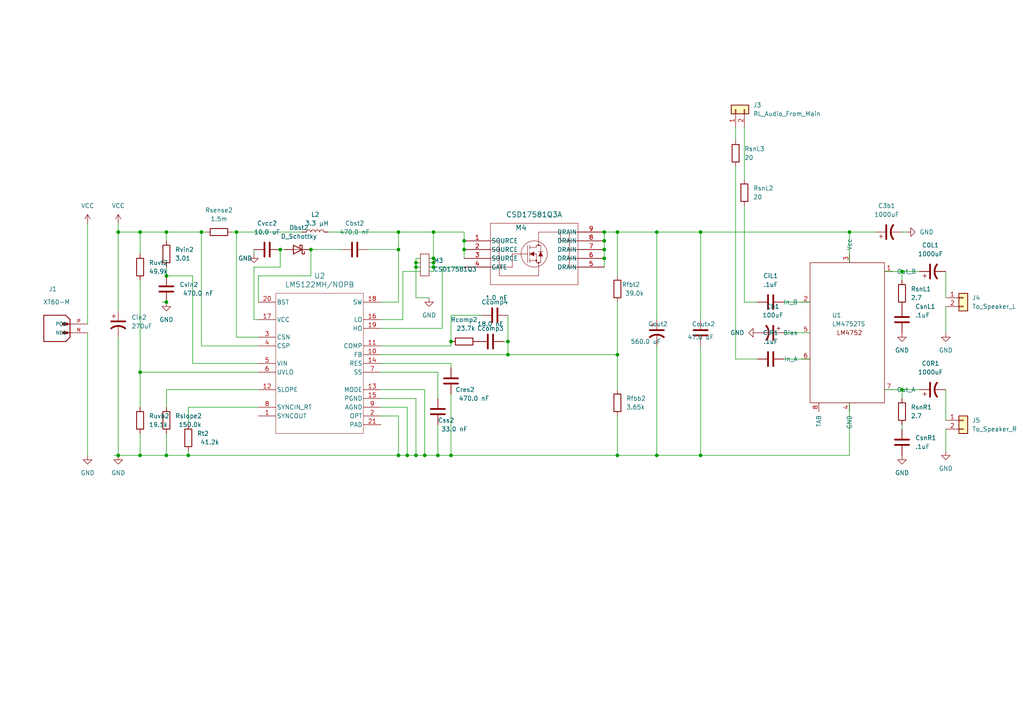
<source format=kicad_sch>
(kicad_sch (version 20230121) (generator eeschema)

  (uuid fd5b3421-9c2a-40d1-9fed-b28030b8ba38)

  (paper "A4")

  (lib_symbols
    (symbol "CSD17309Q3_1" (in_bom yes) (on_board yes)
      (property "Reference" "U" (at 0 0 0)
        (effects (font (size 1.27 1.27)))
      )
      (property "Value" "" (at 0 0 0)
        (effects (font (size 1.27 1.27)))
      )
      (property "Footprint" "" (at 0 0 0)
        (effects (font (size 1.27 1.27)) hide)
      )
      (property "Datasheet" "" (at 0 0 0)
        (effects (font (size 1.27 1.27)) hide)
      )
      (symbol "CSD17309Q3_1_0_1"
        (rectangle (start -1.27 3.81) (end 1.27 -2.54)
          (stroke (width 0) (type default))
          (fill (type none))
        )
      )
      (symbol "CSD17309Q3_1_1_1"
        (pin input line (at -1.27 2.54 180) (length 2.54) hide
          (name "S1" (effects (font (size 1.27 1.27))))
          (number "1" (effects (font (size 1.27 1.27))))
        )
        (pin input line (at -1.27 1.27 180) (length 2.54) hide
          (name "S2" (effects (font (size 1.27 1.27))))
          (number "2" (effects (font (size 1.27 1.27))))
        )
        (pin input line (at -1.27 0 180) (length 2.54) hide
          (name "S3" (effects (font (size 1.27 1.27))))
          (number "3" (effects (font (size 1.27 1.27))))
        )
        (pin input line (at -1.27 -1.27 180) (length 2.54) hide
          (name "G" (effects (font (size 1.27 1.27))))
          (number "4" (effects (font (size 1.27 1.27))))
        )
        (pin input line (at 1.27 2.54 0) (length 2.54) hide
          (name "D1" (effects (font (size 1.27 1.27))))
          (number "5" (effects (font (size 1.27 1.27))))
        )
        (pin input line (at 1.27 1.27 0) (length 2.54) hide
          (name "D2" (effects (font (size 1.27 1.27))))
          (number "6" (effects (font (size 1.27 1.27))))
        )
        (pin input line (at 1.27 0 0) (length 2.54) hide
          (name "D3" (effects (font (size 1.27 1.27))))
          (number "7" (effects (font (size 1.27 1.27))))
        )
        (pin input line (at 1.27 -1.27 0) (length 2.54) hide
          (name "D4" (effects (font (size 1.27 1.27))))
          (number "8" (effects (font (size 1.27 1.27))))
        )
      )
    )
    (symbol "CSD17581Q3A:CSD17581Q3A" (pin_names (offset 0.254)) (in_bom yes) (on_board yes)
      (property "Reference" "Q" (at 20.32 10.16 0)
        (effects (font (size 1.524 1.524)))
      )
      (property "Value" "CSD17581Q3A" (at 20.32 7.62 0)
        (effects (font (size 1.524 1.524)))
      )
      (property "Footprint" "Q3A_TEX" (at 0 0 0)
        (effects (font (size 1.27 1.27) italic) hide)
      )
      (property "Datasheet" "CSD17581Q3A" (at 0 0 0)
        (effects (font (size 1.27 1.27) italic) hide)
      )
      (property "ki_locked" "" (at 0 0 0)
        (effects (font (size 1.27 1.27)))
      )
      (property "ki_keywords" "CSD17581Q3A" (at 0 0 0)
        (effects (font (size 1.27 1.27)) hide)
      )
      (property "ki_fp_filters" "Q3A_TEX" (at 0 0 0)
        (effects (font (size 1.27 1.27)) hide)
      )
      (symbol "CSD17581Q3A_0_1"
        (polyline
          (pts
            (xy 7.62 -12.7)
            (xy 33.02 -12.7)
          )
          (stroke (width 0.127) (type default))
          (fill (type none))
        )
        (polyline
          (pts
            (xy 7.62 -7.62)
            (xy 13.97 -7.62)
          )
          (stroke (width 0.127) (type default))
          (fill (type none))
        )
        (polyline
          (pts
            (xy 7.62 -5.08)
            (xy 10.16 -5.08)
          )
          (stroke (width 0.127) (type default))
          (fill (type none))
        )
        (polyline
          (pts
            (xy 7.62 -2.54)
            (xy 10.16 -2.54)
          )
          (stroke (width 0.127) (type default))
          (fill (type none))
        )
        (polyline
          (pts
            (xy 7.62 0)
            (xy 10.16 0)
          )
          (stroke (width 0.127) (type default))
          (fill (type none))
        )
        (polyline
          (pts
            (xy 7.62 5.08)
            (xy 7.62 -12.7)
          )
          (stroke (width 0.127) (type default))
          (fill (type none))
        )
        (polyline
          (pts
            (xy 10.16 -10.16)
            (xy 21.59 -10.16)
          )
          (stroke (width 0.127) (type default))
          (fill (type none))
        )
        (polyline
          (pts
            (xy 10.16 -8.128)
            (xy 10.16 -10.16)
          )
          (stroke (width 0.127) (type default))
          (fill (type none))
        )
        (polyline
          (pts
            (xy 10.16 0)
            (xy 10.16 -7.112)
          )
          (stroke (width 0.127) (type default))
          (fill (type none))
        )
        (polyline
          (pts
            (xy 13.97 -7.62)
            (xy 13.97 -3.81)
          )
          (stroke (width 0.127) (type default))
          (fill (type none))
        )
        (polyline
          (pts
            (xy 13.97 -3.81)
            (xy 18.415 -3.81)
          )
          (stroke (width 0.127) (type default))
          (fill (type none))
        )
        (polyline
          (pts
            (xy 18.415 -6.35)
            (xy 18.415 -1.27)
          )
          (stroke (width 0.127) (type default))
          (fill (type none))
        )
        (polyline
          (pts
            (xy 19.05 -6.35)
            (xy 19.05 -5.08)
          )
          (stroke (width 0.127) (type default))
          (fill (type none))
        )
        (polyline
          (pts
            (xy 19.05 -5.715)
            (xy 20.955 -5.715)
          )
          (stroke (width 0.127) (type default))
          (fill (type none))
        )
        (polyline
          (pts
            (xy 19.05 -4.445)
            (xy 19.05 -3.175)
          )
          (stroke (width 0.127) (type default))
          (fill (type none))
        )
        (polyline
          (pts
            (xy 19.05 -2.54)
            (xy 19.05 -1.27)
          )
          (stroke (width 0.127) (type default))
          (fill (type none))
        )
        (polyline
          (pts
            (xy 19.05 -1.905)
            (xy 20.955 -1.905)
          )
          (stroke (width 0.127) (type default))
          (fill (type none))
        )
        (polyline
          (pts
            (xy 20.32 -3.81)
            (xy 20.955 -3.81)
          )
          (stroke (width 0.127) (type default))
          (fill (type none))
        )
        (polyline
          (pts
            (xy 20.955 -6.35)
            (xy 20.955 -3.81)
          )
          (stroke (width 0.127) (type default))
          (fill (type none))
        )
        (polyline
          (pts
            (xy 20.955 -6.35)
            (xy 22.225 -6.35)
          )
          (stroke (width 0.127) (type default))
          (fill (type none))
        )
        (polyline
          (pts
            (xy 20.955 -1.905)
            (xy 20.955 -1.27)
          )
          (stroke (width 0.127) (type default))
          (fill (type none))
        )
        (polyline
          (pts
            (xy 20.955 -1.27)
            (xy 22.225 -1.27)
          )
          (stroke (width 0.127) (type default))
          (fill (type none))
        )
        (polyline
          (pts
            (xy 21.59 -10.16)
            (xy 21.59 -6.35)
          )
          (stroke (width 0.127) (type default))
          (fill (type none))
        )
        (polyline
          (pts
            (xy 21.59 2.54)
            (xy 21.59 -1.27)
          )
          (stroke (width 0.127) (type default))
          (fill (type none))
        )
        (polyline
          (pts
            (xy 22.225 -6.35)
            (xy 22.225 -4.445)
          )
          (stroke (width 0.127) (type default))
          (fill (type none))
        )
        (polyline
          (pts
            (xy 22.225 -3.175)
            (xy 22.225 -1.27)
          )
          (stroke (width 0.127) (type default))
          (fill (type none))
        )
        (polyline
          (pts
            (xy 22.86 -3.175)
            (xy 21.59 -3.175)
          )
          (stroke (width 0.127) (type default))
          (fill (type none))
        )
        (polyline
          (pts
            (xy 27.94 0)
            (xy 27.94 2.54)
          )
          (stroke (width 0.127) (type default))
          (fill (type none))
        )
        (polyline
          (pts
            (xy 27.94 2.54)
            (xy 21.59 2.54)
          )
          (stroke (width 0.127) (type default))
          (fill (type none))
        )
        (polyline
          (pts
            (xy 30.48 -7.62)
            (xy 30.48 0)
          )
          (stroke (width 0.127) (type default))
          (fill (type none))
        )
        (polyline
          (pts
            (xy 30.48 0)
            (xy 30.48 2.54)
          )
          (stroke (width 0.127) (type default))
          (fill (type none))
        )
        (polyline
          (pts
            (xy 30.48 2.54)
            (xy 33.02 2.54)
          )
          (stroke (width 0.127) (type default))
          (fill (type none))
        )
        (polyline
          (pts
            (xy 33.02 -12.7)
            (xy 33.02 5.08)
          )
          (stroke (width 0.127) (type default))
          (fill (type none))
        )
        (polyline
          (pts
            (xy 33.02 -7.62)
            (xy 30.48 -7.62)
          )
          (stroke (width 0.127) (type default))
          (fill (type none))
        )
        (polyline
          (pts
            (xy 33.02 -5.08)
            (xy 30.48 -5.08)
          )
          (stroke (width 0.127) (type default))
          (fill (type none))
        )
        (polyline
          (pts
            (xy 33.02 -2.54)
            (xy 30.48 -2.54)
          )
          (stroke (width 0.127) (type default))
          (fill (type none))
        )
        (polyline
          (pts
            (xy 33.02 0)
            (xy 27.94 0)
          )
          (stroke (width 0.127) (type default))
          (fill (type none))
        )
        (polyline
          (pts
            (xy 33.02 5.08)
            (xy 7.62 5.08)
          )
          (stroke (width 0.127) (type default))
          (fill (type none))
        )
        (polyline
          (pts
            (xy 20.32 -3.175)
            (xy 19.05 -3.81)
            (xy 20.32 -4.445)
          )
          (stroke (width 0.0254) (type default))
          (fill (type outline))
        )
        (polyline
          (pts
            (xy 22.86 -4.445)
            (xy 21.59 -4.445)
            (xy 22.225 -3.175)
          )
          (stroke (width 0.0254) (type default))
          (fill (type outline))
        )
        (arc (start 10.16 -8.128) (mid 10.6658 -7.62) (end 10.16 -7.112)
          (stroke (width 0.127) (type default))
          (fill (type none))
        )
        (circle (center 10.16 -5.08) (radius 0.127)
          (stroke (width 0.254) (type default))
          (fill (type none))
        )
        (circle (center 10.16 -2.54) (radius 0.127)
          (stroke (width 0.254) (type default))
          (fill (type none))
        )
        (circle (center 20.32 -3.81) (radius 3.81)
          (stroke (width 0.127) (type default))
          (fill (type none))
        )
        (circle (center 20.955 -5.715) (radius 0.127)
          (stroke (width 0.254) (type default))
          (fill (type none))
        )
        (circle (center 21.59 -6.35) (radius 0.127)
          (stroke (width 0.254) (type default))
          (fill (type none))
        )
        (circle (center 21.59 -1.27) (radius 0.127)
          (stroke (width 0.254) (type default))
          (fill (type none))
        )
        (circle (center 30.48 -5.08) (radius 0.127)
          (stroke (width 0.254) (type default))
          (fill (type none))
        )
        (circle (center 30.48 -2.54) (radius 0.127)
          (stroke (width 0.254) (type default))
          (fill (type none))
        )
        (circle (center 30.48 0) (radius 0.127)
          (stroke (width 0.254) (type default))
          (fill (type none))
        )
        (pin unspecified line (at 0 0 0) (length 7.62)
          (name "SOURCE" (effects (font (size 1.27 1.27))))
          (number "1" (effects (font (size 1.27 1.27))))
        )
        (pin unspecified line (at 0 -2.54 0) (length 7.62)
          (name "SOURCE" (effects (font (size 1.27 1.27))))
          (number "2" (effects (font (size 1.27 1.27))))
        )
        (pin unspecified line (at 0 -5.08 0) (length 7.62)
          (name "SOURCE" (effects (font (size 1.27 1.27))))
          (number "3" (effects (font (size 1.27 1.27))))
        )
        (pin unspecified line (at 0 -7.62 0) (length 7.62)
          (name "GATE" (effects (font (size 1.27 1.27))))
          (number "4" (effects (font (size 1.27 1.27))))
        )
        (pin unspecified line (at 40.64 -7.62 180) (length 7.62)
          (name "DRAIN" (effects (font (size 1.27 1.27))))
          (number "5" (effects (font (size 1.27 1.27))))
        )
        (pin unspecified line (at 40.64 -5.08 180) (length 7.62)
          (name "DRAIN" (effects (font (size 1.27 1.27))))
          (number "6" (effects (font (size 1.27 1.27))))
        )
        (pin unspecified line (at 40.64 -2.54 180) (length 7.62)
          (name "DRAIN" (effects (font (size 1.27 1.27))))
          (number "7" (effects (font (size 1.27 1.27))))
        )
        (pin unspecified line (at 40.64 0 180) (length 7.62)
          (name "DRAIN" (effects (font (size 1.27 1.27))))
          (number "8" (effects (font (size 1.27 1.27))))
        )
        (pin unspecified line (at 40.64 2.54 180) (length 7.62)
          (name "DRAIN" (effects (font (size 1.27 1.27))))
          (number "9" (effects (font (size 1.27 1.27))))
        )
      )
    )
    (symbol "Connector_Generic:Conn_01x02" (pin_names (offset 1.016) hide) (in_bom yes) (on_board yes)
      (property "Reference" "J" (at 0 2.54 0)
        (effects (font (size 1.27 1.27)))
      )
      (property "Value" "Conn_01x02" (at 0 -5.08 0)
        (effects (font (size 1.27 1.27)))
      )
      (property "Footprint" "" (at 0 0 0)
        (effects (font (size 1.27 1.27)) hide)
      )
      (property "Datasheet" "~" (at 0 0 0)
        (effects (font (size 1.27 1.27)) hide)
      )
      (property "ki_keywords" "connector" (at 0 0 0)
        (effects (font (size 1.27 1.27)) hide)
      )
      (property "ki_description" "Generic connector, single row, 01x02, script generated (kicad-library-utils/schlib/autogen/connector/)" (at 0 0 0)
        (effects (font (size 1.27 1.27)) hide)
      )
      (property "ki_fp_filters" "Connector*:*_1x??_*" (at 0 0 0)
        (effects (font (size 1.27 1.27)) hide)
      )
      (symbol "Conn_01x02_1_1"
        (rectangle (start -1.27 -2.413) (end 0 -2.667)
          (stroke (width 0.1524) (type default))
          (fill (type none))
        )
        (rectangle (start -1.27 0.127) (end 0 -0.127)
          (stroke (width 0.1524) (type default))
          (fill (type none))
        )
        (rectangle (start -1.27 1.27) (end 1.27 -3.81)
          (stroke (width 0.254) (type default))
          (fill (type background))
        )
        (pin passive line (at -5.08 0 0) (length 3.81)
          (name "Pin_1" (effects (font (size 1.27 1.27))))
          (number "1" (effects (font (size 1.27 1.27))))
        )
        (pin passive line (at -5.08 -2.54 0) (length 3.81)
          (name "Pin_2" (effects (font (size 1.27 1.27))))
          (number "2" (effects (font (size 1.27 1.27))))
        )
      )
    )
    (symbol "Device:C" (pin_numbers hide) (pin_names (offset 0.254)) (in_bom yes) (on_board yes)
      (property "Reference" "C" (at 0.635 2.54 0)
        (effects (font (size 1.27 1.27)) (justify left))
      )
      (property "Value" "C" (at 0.635 -2.54 0)
        (effects (font (size 1.27 1.27)) (justify left))
      )
      (property "Footprint" "" (at 0.9652 -3.81 0)
        (effects (font (size 1.27 1.27)) hide)
      )
      (property "Datasheet" "~" (at 0 0 0)
        (effects (font (size 1.27 1.27)) hide)
      )
      (property "ki_keywords" "cap capacitor" (at 0 0 0)
        (effects (font (size 1.27 1.27)) hide)
      )
      (property "ki_description" "Unpolarized capacitor" (at 0 0 0)
        (effects (font (size 1.27 1.27)) hide)
      )
      (property "ki_fp_filters" "C_*" (at 0 0 0)
        (effects (font (size 1.27 1.27)) hide)
      )
      (symbol "C_0_1"
        (polyline
          (pts
            (xy -2.032 -0.762)
            (xy 2.032 -0.762)
          )
          (stroke (width 0.508) (type default))
          (fill (type none))
        )
        (polyline
          (pts
            (xy -2.032 0.762)
            (xy 2.032 0.762)
          )
          (stroke (width 0.508) (type default))
          (fill (type none))
        )
      )
      (symbol "C_1_1"
        (pin passive line (at 0 3.81 270) (length 2.794)
          (name "~" (effects (font (size 1.27 1.27))))
          (number "1" (effects (font (size 1.27 1.27))))
        )
        (pin passive line (at 0 -3.81 90) (length 2.794)
          (name "~" (effects (font (size 1.27 1.27))))
          (number "2" (effects (font (size 1.27 1.27))))
        )
      )
    )
    (symbol "Device:C_Polarized_US" (pin_numbers hide) (pin_names (offset 0.254) hide) (in_bom yes) (on_board yes)
      (property "Reference" "C" (at 0.635 2.54 0)
        (effects (font (size 1.27 1.27)) (justify left))
      )
      (property "Value" "C_Polarized_US" (at 0.635 -2.54 0)
        (effects (font (size 1.27 1.27)) (justify left))
      )
      (property "Footprint" "" (at 0 0 0)
        (effects (font (size 1.27 1.27)) hide)
      )
      (property "Datasheet" "~" (at 0 0 0)
        (effects (font (size 1.27 1.27)) hide)
      )
      (property "ki_keywords" "cap capacitor" (at 0 0 0)
        (effects (font (size 1.27 1.27)) hide)
      )
      (property "ki_description" "Polarized capacitor, US symbol" (at 0 0 0)
        (effects (font (size 1.27 1.27)) hide)
      )
      (property "ki_fp_filters" "CP_*" (at 0 0 0)
        (effects (font (size 1.27 1.27)) hide)
      )
      (symbol "C_Polarized_US_0_1"
        (polyline
          (pts
            (xy -2.032 0.762)
            (xy 2.032 0.762)
          )
          (stroke (width 0.508) (type default))
          (fill (type none))
        )
        (polyline
          (pts
            (xy -1.778 2.286)
            (xy -0.762 2.286)
          )
          (stroke (width 0) (type default))
          (fill (type none))
        )
        (polyline
          (pts
            (xy -1.27 1.778)
            (xy -1.27 2.794)
          )
          (stroke (width 0) (type default))
          (fill (type none))
        )
        (arc (start 2.032 -1.27) (mid 0 -0.5572) (end -2.032 -1.27)
          (stroke (width 0.508) (type default))
          (fill (type none))
        )
      )
      (symbol "C_Polarized_US_1_1"
        (pin passive line (at 0 3.81 270) (length 2.794)
          (name "~" (effects (font (size 1.27 1.27))))
          (number "1" (effects (font (size 1.27 1.27))))
        )
        (pin passive line (at 0 -3.81 90) (length 3.302)
          (name "~" (effects (font (size 1.27 1.27))))
          (number "2" (effects (font (size 1.27 1.27))))
        )
      )
    )
    (symbol "Device:D_Schottky" (pin_numbers hide) (pin_names (offset 1.016) hide) (in_bom yes) (on_board yes)
      (property "Reference" "D" (at 0 2.54 0)
        (effects (font (size 1.27 1.27)))
      )
      (property "Value" "D_Schottky" (at 0 -2.54 0)
        (effects (font (size 1.27 1.27)))
      )
      (property "Footprint" "" (at 0 0 0)
        (effects (font (size 1.27 1.27)) hide)
      )
      (property "Datasheet" "~" (at 0 0 0)
        (effects (font (size 1.27 1.27)) hide)
      )
      (property "ki_keywords" "diode Schottky" (at 0 0 0)
        (effects (font (size 1.27 1.27)) hide)
      )
      (property "ki_description" "Schottky diode" (at 0 0 0)
        (effects (font (size 1.27 1.27)) hide)
      )
      (property "ki_fp_filters" "TO-???* *_Diode_* *SingleDiode* D_*" (at 0 0 0)
        (effects (font (size 1.27 1.27)) hide)
      )
      (symbol "D_Schottky_0_1"
        (polyline
          (pts
            (xy 1.27 0)
            (xy -1.27 0)
          )
          (stroke (width 0) (type default))
          (fill (type none))
        )
        (polyline
          (pts
            (xy 1.27 1.27)
            (xy 1.27 -1.27)
            (xy -1.27 0)
            (xy 1.27 1.27)
          )
          (stroke (width 0.254) (type default))
          (fill (type none))
        )
        (polyline
          (pts
            (xy -1.905 0.635)
            (xy -1.905 1.27)
            (xy -1.27 1.27)
            (xy -1.27 -1.27)
            (xy -0.635 -1.27)
            (xy -0.635 -0.635)
          )
          (stroke (width 0.254) (type default))
          (fill (type none))
        )
      )
      (symbol "D_Schottky_1_1"
        (pin passive line (at -3.81 0 0) (length 2.54)
          (name "K" (effects (font (size 1.27 1.27))))
          (number "1" (effects (font (size 1.27 1.27))))
        )
        (pin passive line (at 3.81 0 180) (length 2.54)
          (name "A" (effects (font (size 1.27 1.27))))
          (number "2" (effects (font (size 1.27 1.27))))
        )
      )
    )
    (symbol "Device:L" (pin_numbers hide) (pin_names (offset 1.016) hide) (in_bom yes) (on_board yes)
      (property "Reference" "L" (at -1.27 0 90)
        (effects (font (size 1.27 1.27)))
      )
      (property "Value" "L" (at 1.905 0 90)
        (effects (font (size 1.27 1.27)))
      )
      (property "Footprint" "" (at 0 0 0)
        (effects (font (size 1.27 1.27)) hide)
      )
      (property "Datasheet" "~" (at 0 0 0)
        (effects (font (size 1.27 1.27)) hide)
      )
      (property "ki_keywords" "inductor choke coil reactor magnetic" (at 0 0 0)
        (effects (font (size 1.27 1.27)) hide)
      )
      (property "ki_description" "Inductor" (at 0 0 0)
        (effects (font (size 1.27 1.27)) hide)
      )
      (property "ki_fp_filters" "Choke_* *Coil* Inductor_* L_*" (at 0 0 0)
        (effects (font (size 1.27 1.27)) hide)
      )
      (symbol "L_0_1"
        (arc (start 0 -2.54) (mid 0.6323 -1.905) (end 0 -1.27)
          (stroke (width 0) (type default))
          (fill (type none))
        )
        (arc (start 0 -1.27) (mid 0.6323 -0.635) (end 0 0)
          (stroke (width 0) (type default))
          (fill (type none))
        )
        (arc (start 0 0) (mid 0.6323 0.635) (end 0 1.27)
          (stroke (width 0) (type default))
          (fill (type none))
        )
        (arc (start 0 1.27) (mid 0.6323 1.905) (end 0 2.54)
          (stroke (width 0) (type default))
          (fill (type none))
        )
      )
      (symbol "L_1_1"
        (pin passive line (at 0 3.81 270) (length 1.27)
          (name "1" (effects (font (size 1.27 1.27))))
          (number "1" (effects (font (size 1.27 1.27))))
        )
        (pin passive line (at 0 -3.81 90) (length 1.27)
          (name "2" (effects (font (size 1.27 1.27))))
          (number "2" (effects (font (size 1.27 1.27))))
        )
      )
    )
    (symbol "Device:R" (pin_numbers hide) (pin_names (offset 0)) (in_bom yes) (on_board yes)
      (property "Reference" "R" (at 2.032 0 90)
        (effects (font (size 1.27 1.27)))
      )
      (property "Value" "R" (at 0 0 90)
        (effects (font (size 1.27 1.27)))
      )
      (property "Footprint" "" (at -1.778 0 90)
        (effects (font (size 1.27 1.27)) hide)
      )
      (property "Datasheet" "~" (at 0 0 0)
        (effects (font (size 1.27 1.27)) hide)
      )
      (property "ki_keywords" "R res resistor" (at 0 0 0)
        (effects (font (size 1.27 1.27)) hide)
      )
      (property "ki_description" "Resistor" (at 0 0 0)
        (effects (font (size 1.27 1.27)) hide)
      )
      (property "ki_fp_filters" "R_*" (at 0 0 0)
        (effects (font (size 1.27 1.27)) hide)
      )
      (symbol "R_0_1"
        (rectangle (start -1.016 -2.54) (end 1.016 2.54)
          (stroke (width 0.254) (type default))
          (fill (type none))
        )
      )
      (symbol "R_1_1"
        (pin passive line (at 0 3.81 270) (length 1.27)
          (name "~" (effects (font (size 1.27 1.27))))
          (number "1" (effects (font (size 1.27 1.27))))
        )
        (pin passive line (at 0 -3.81 90) (length 1.27)
          (name "~" (effects (font (size 1.27 1.27))))
          (number "2" (effects (font (size 1.27 1.27))))
        )
      )
    )
    (symbol "LM4752TS:LM4752TS" (pin_names (offset 1.016)) (in_bom yes) (on_board yes)
      (property "Reference" "U" (at -12.7 16.24 0)
        (effects (font (size 1.27 1.27)) (justify left bottom))
      )
      (property "Value" "LM4752TS" (at -12.7 -19.24 0)
        (effects (font (size 1.27 1.27)) (justify left bottom))
      )
      (property "Footprint" "LM4752TS:TO127P1435X464-8N" (at 0 0 0)
        (effects (font (size 1.27 1.27)) (justify bottom) hide)
      )
      (property "Datasheet" "" (at 0 0 0)
        (effects (font (size 1.27 1.27)) hide)
      )
      (symbol "LM4752TS_1_1"
        (rectangle (start -11.43 20.32) (end 10.16 -20.32)
          (stroke (width 0) (type default))
          (fill (type none))
        )
        (text "LM4752" (at 0 0 0)
          (effects (font (size 1.27 1.27)))
        )
        (pin input line (at 10.16 17.78 0) (length 2.54)
          (name "Out_B" (effects (font (size 1.27 1.27))))
          (number "1" (effects (font (size 1.27 1.27))))
        )
        (pin input line (at -11.43 8.89 180) (length 2.54)
          (name "In_B" (effects (font (size 1.27 1.27))))
          (number "2" (effects (font (size 1.27 1.27))))
        )
        (pin input line (at 0 20.32 90) (length 2.54)
          (name "Vcc" (effects (font (size 1.27 1.27))))
          (number "3" (effects (font (size 1.27 1.27))))
        )
        (pin input line (at 0 -20.32 270) (length 2.54)
          (name "GND" (effects (font (size 1.27 1.27))))
          (number "4" (effects (font (size 1.27 1.27))))
        )
        (pin input line (at -11.43 0 180) (length 2.54)
          (name "Bias" (effects (font (size 1.27 1.27))))
          (number "5" (effects (font (size 1.27 1.27))))
        )
        (pin input line (at -11.43 -7.62 180) (length 2.54)
          (name "In_A" (effects (font (size 1.27 1.27))))
          (number "6" (effects (font (size 1.27 1.27))))
        )
        (pin input line (at 10.16 -16.51 0) (length 2.54)
          (name "Out_A" (effects (font (size 1.27 1.27))))
          (number "7" (effects (font (size 1.27 1.27))))
        )
        (pin input line (at -8.89 -20.32 270) (length 2.54)
          (name "TAB" (effects (font (size 1.27 1.27))))
          (number "8" (effects (font (size 1.27 1.27))))
        )
      )
    )
    (symbol "LM5122:LM5122MH_NOPB" (pin_names (offset 0.254)) (in_bom yes) (on_board yes)
      (property "Reference" "U" (at 0 2.54 0)
        (effects (font (size 1.524 1.524)))
      )
      (property "Value" "LM5122MH/NOPB" (at 0 0 0)
        (effects (font (size 1.524 1.524)))
      )
      (property "Footprint" "PWP0020A_N" (at 0 0 0)
        (effects (font (size 1.27 1.27) italic) hide)
      )
      (property "Datasheet" "LM5122MH/NOPB" (at 0 0 0)
        (effects (font (size 1.27 1.27) italic) hide)
      )
      (property "ki_locked" "" (at 0 0 0)
        (effects (font (size 1.27 1.27)))
      )
      (property "ki_keywords" "LM5122MH/NOPB" (at 0 0 0)
        (effects (font (size 1.27 1.27)) hide)
      )
      (property "ki_fp_filters" "PWP0020A_N PWP0020A_M PWP0020A_L" (at 0 0 0)
        (effects (font (size 1.27 1.27)) hide)
      )
      (symbol "LM5122MH_NOPB_0_1"
        (polyline
          (pts
            (xy -12.7 -20.32)
            (xy 12.7 -20.32)
          )
          (stroke (width 0.1016) (type default))
          (fill (type none))
        )
        (polyline
          (pts
            (xy -12.7 20.32)
            (xy -12.7 -20.32)
          )
          (stroke (width 0.1016) (type default))
          (fill (type none))
        )
        (polyline
          (pts
            (xy 12.7 -20.32)
            (xy 12.7 20.32)
          )
          (stroke (width 0.1016) (type default))
          (fill (type none))
        )
        (polyline
          (pts
            (xy 12.7 20.32)
            (xy -12.7 20.32)
          )
          (stroke (width 0.1016) (type default))
          (fill (type none))
        )
        (pin output line (at -17.78 -15.24 0) (length 5.08)
          (name "SYNCOUT" (effects (font (size 1.27 1.27))))
          (number "1" (effects (font (size 1.27 1.27))))
        )
        (pin input line (at 17.78 2.54 180) (length 5.08)
          (name "FB" (effects (font (size 1.27 1.27))))
          (number "10" (effects (font (size 1.27 1.27))))
        )
        (pin output line (at 17.78 5.08 180) (length 5.08)
          (name "COMP" (effects (font (size 1.27 1.27))))
          (number "11" (effects (font (size 1.27 1.27))))
        )
        (pin input line (at -17.78 -7.62 0) (length 5.08)
          (name "SLOPE" (effects (font (size 1.27 1.27))))
          (number "12" (effects (font (size 1.27 1.27))))
        )
        (pin input line (at 17.78 -7.62 180) (length 5.08)
          (name "MODE" (effects (font (size 1.27 1.27))))
          (number "13" (effects (font (size 1.27 1.27))))
        )
        (pin output line (at 17.78 0 180) (length 5.08)
          (name "RES" (effects (font (size 1.27 1.27))))
          (number "14" (effects (font (size 1.27 1.27))))
        )
        (pin power_in line (at 17.78 -10.16 180) (length 5.08)
          (name "PGND" (effects (font (size 1.27 1.27))))
          (number "15" (effects (font (size 1.27 1.27))))
        )
        (pin power_in line (at 17.78 12.7 180) (length 5.08)
          (name "LO" (effects (font (size 1.27 1.27))))
          (number "16" (effects (font (size 1.27 1.27))))
        )
        (pin power_in line (at -17.78 12.7 0) (length 5.08)
          (name "VCC" (effects (font (size 1.27 1.27))))
          (number "17" (effects (font (size 1.27 1.27))))
        )
        (pin bidirectional line (at 17.78 17.78 180) (length 5.08)
          (name "SW" (effects (font (size 1.27 1.27))))
          (number "18" (effects (font (size 1.27 1.27))))
        )
        (pin power_in line (at 17.78 10.16 180) (length 5.08)
          (name "HO" (effects (font (size 1.27 1.27))))
          (number "19" (effects (font (size 1.27 1.27))))
        )
        (pin input line (at 17.78 -15.24 180) (length 5.08)
          (name "OPT" (effects (font (size 1.27 1.27))))
          (number "2" (effects (font (size 1.27 1.27))))
        )
        (pin power_in line (at -17.78 17.78 0) (length 5.08)
          (name "BST" (effects (font (size 1.27 1.27))))
          (number "20" (effects (font (size 1.27 1.27))))
        )
        (pin power_in line (at 17.78 -17.78 180) (length 5.08)
          (name "PAD" (effects (font (size 1.27 1.27))))
          (number "21" (effects (font (size 1.27 1.27))))
        )
        (pin input line (at -17.78 7.62 0) (length 5.08)
          (name "CSN" (effects (font (size 1.27 1.27))))
          (number "3" (effects (font (size 1.27 1.27))))
        )
        (pin input line (at -17.78 5.08 0) (length 5.08)
          (name "CSP" (effects (font (size 1.27 1.27))))
          (number "4" (effects (font (size 1.27 1.27))))
        )
        (pin power_in line (at -17.78 0 0) (length 5.08)
          (name "VIN" (effects (font (size 1.27 1.27))))
          (number "5" (effects (font (size 1.27 1.27))))
        )
        (pin input line (at -17.78 -2.54 0) (length 5.08)
          (name "UVLO" (effects (font (size 1.27 1.27))))
          (number "6" (effects (font (size 1.27 1.27))))
        )
        (pin input line (at 17.78 -2.54 180) (length 5.08)
          (name "SS" (effects (font (size 1.27 1.27))))
          (number "7" (effects (font (size 1.27 1.27))))
        )
        (pin input line (at -17.78 -12.7 0) (length 5.08)
          (name "SYNCIN_RT" (effects (font (size 1.27 1.27))))
          (number "8" (effects (font (size 1.27 1.27))))
        )
        (pin power_in line (at 17.78 -12.7 180) (length 5.08)
          (name "AGND" (effects (font (size 1.27 1.27))))
          (number "9" (effects (font (size 1.27 1.27))))
        )
      )
    )
    (symbol "XT60-M:XT60-M" (pin_names (offset 1.016)) (in_bom yes) (on_board yes)
      (property "Reference" "J" (at 0 6.35 0)
        (effects (font (size 1.27 1.27)) (justify left bottom))
      )
      (property "Value" "XT60-M" (at 0 -5.08 0)
        (effects (font (size 1.27 1.27)) (justify left bottom))
      )
      (property "Footprint" "XT60-M:AMASS_XT60-M" (at 0 0 0)
        (effects (font (size 1.27 1.27)) (justify bottom) hide)
      )
      (property "Datasheet" "" (at 0 0 0)
        (effects (font (size 1.27 1.27)) hide)
      )
      (property "MF" "AMASS" (at 0 0 0)
        (effects (font (size 1.27 1.27)) (justify bottom) hide)
      )
      (property "MAXIMUM_PACKAGE_HEIGHT" "16.00 mm" (at 0 0 0)
        (effects (font (size 1.27 1.27)) (justify bottom) hide)
      )
      (property "Package" "Package" (at 0 0 0)
        (effects (font (size 1.27 1.27)) (justify bottom) hide)
      )
      (property "Price" "None" (at 0 0 0)
        (effects (font (size 1.27 1.27)) (justify bottom) hide)
      )
      (property "Check_prices" "https://www.snapeda.com/parts/XT60-M/AMASS/view-part/?ref=eda" (at 0 0 0)
        (effects (font (size 1.27 1.27)) (justify bottom) hide)
      )
      (property "STANDARD" "IPC 7351B" (at 0 0 0)
        (effects (font (size 1.27 1.27)) (justify bottom) hide)
      )
      (property "PARTREV" "V1.2" (at 0 0 0)
        (effects (font (size 1.27 1.27)) (justify bottom) hide)
      )
      (property "SnapEDA_Link" "https://www.snapeda.com/parts/XT60-M/AMASS/view-part/?ref=snap" (at 0 0 0)
        (effects (font (size 1.27 1.27)) (justify bottom) hide)
      )
      (property "MP" "XT60-M" (at 0 0 0)
        (effects (font (size 1.27 1.27)) (justify bottom) hide)
      )
      (property "Description" "\nPlug; DC supply; XT60; male; PIN: 2; for cable; soldered; 30A; 500V\n" (at 0 0 0)
        (effects (font (size 1.27 1.27)) (justify bottom) hide)
      )
      (property "Availability" "Not in stock" (at 0 0 0)
        (effects (font (size 1.27 1.27)) (justify bottom) hide)
      )
      (property "MANUFACTURER" "AMASS" (at 0 0 0)
        (effects (font (size 1.27 1.27)) (justify bottom) hide)
      )
      (symbol "XT60-M_0_0"
        (polyline
          (pts
            (xy 0 -1.27)
            (xy 1.27 -2.54)
          )
          (stroke (width 0.254) (type default))
          (fill (type none))
        )
        (polyline
          (pts
            (xy 0 0)
            (xy 1.905 0)
          )
          (stroke (width 0.254) (type default))
          (fill (type none))
        )
        (polyline
          (pts
            (xy 0 2.54)
            (xy 0 -1.27)
          )
          (stroke (width 0.254) (type default))
          (fill (type none))
        )
        (polyline
          (pts
            (xy 0 2.54)
            (xy 1.905 2.54)
          )
          (stroke (width 0.254) (type default))
          (fill (type none))
        )
        (polyline
          (pts
            (xy 0 3.81)
            (xy 0 2.54)
          )
          (stroke (width 0.254) (type default))
          (fill (type none))
        )
        (polyline
          (pts
            (xy 0 3.81)
            (xy 1.27 5.08)
          )
          (stroke (width 0.254) (type default))
          (fill (type none))
        )
        (polyline
          (pts
            (xy 1.27 -2.54)
            (xy 7.62 -2.54)
          )
          (stroke (width 0.254) (type default))
          (fill (type none))
        )
        (polyline
          (pts
            (xy 7.62 -2.54)
            (xy 7.62 5.08)
          )
          (stroke (width 0.254) (type default))
          (fill (type none))
        )
        (polyline
          (pts
            (xy 7.62 5.08)
            (xy 1.27 5.08)
          )
          (stroke (width 0.254) (type default))
          (fill (type none))
        )
        (rectangle (start 0.635 -0.3175) (end 2.2225 0.3175)
          (stroke (width 0.1) (type default))
          (fill (type outline))
        )
        (rectangle (start 0.635 2.2225) (end 2.2225 2.8575)
          (stroke (width 0.1) (type default))
          (fill (type outline))
        )
        (pin passive line (at -5.08 0 0) (length 5.08)
          (name "NEG" (effects (font (size 1.016 1.016))))
          (number "N" (effects (font (size 1.016 1.016))))
        )
        (pin passive line (at -5.08 2.54 0) (length 5.08)
          (name "POS" (effects (font (size 1.016 1.016))))
          (number "P" (effects (font (size 1.016 1.016))))
        )
      )
    )
    (symbol "power:GND" (power) (pin_names (offset 0)) (in_bom yes) (on_board yes)
      (property "Reference" "#PWR" (at 0 -6.35 0)
        (effects (font (size 1.27 1.27)) hide)
      )
      (property "Value" "GND" (at 0 -3.81 0)
        (effects (font (size 1.27 1.27)))
      )
      (property "Footprint" "" (at 0 0 0)
        (effects (font (size 1.27 1.27)) hide)
      )
      (property "Datasheet" "" (at 0 0 0)
        (effects (font (size 1.27 1.27)) hide)
      )
      (property "ki_keywords" "global power" (at 0 0 0)
        (effects (font (size 1.27 1.27)) hide)
      )
      (property "ki_description" "Power symbol creates a global label with name \"GND\" , ground" (at 0 0 0)
        (effects (font (size 1.27 1.27)) hide)
      )
      (symbol "GND_0_1"
        (polyline
          (pts
            (xy 0 0)
            (xy 0 -1.27)
            (xy 1.27 -1.27)
            (xy 0 -2.54)
            (xy -1.27 -1.27)
            (xy 0 -1.27)
          )
          (stroke (width 0) (type default))
          (fill (type none))
        )
      )
      (symbol "GND_1_1"
        (pin power_in line (at 0 0 270) (length 0) hide
          (name "GND" (effects (font (size 1.27 1.27))))
          (number "1" (effects (font (size 1.27 1.27))))
        )
      )
    )
    (symbol "power:VCC" (power) (pin_names (offset 0)) (in_bom yes) (on_board yes)
      (property "Reference" "#PWR" (at 0 -3.81 0)
        (effects (font (size 1.27 1.27)) hide)
      )
      (property "Value" "VCC" (at 0 3.81 0)
        (effects (font (size 1.27 1.27)))
      )
      (property "Footprint" "" (at 0 0 0)
        (effects (font (size 1.27 1.27)) hide)
      )
      (property "Datasheet" "" (at 0 0 0)
        (effects (font (size 1.27 1.27)) hide)
      )
      (property "ki_keywords" "global power" (at 0 0 0)
        (effects (font (size 1.27 1.27)) hide)
      )
      (property "ki_description" "Power symbol creates a global label with name \"VCC\"" (at 0 0 0)
        (effects (font (size 1.27 1.27)) hide)
      )
      (symbol "VCC_0_1"
        (polyline
          (pts
            (xy -0.762 1.27)
            (xy 0 2.54)
          )
          (stroke (width 0) (type default))
          (fill (type none))
        )
        (polyline
          (pts
            (xy 0 0)
            (xy 0 2.54)
          )
          (stroke (width 0) (type default))
          (fill (type none))
        )
        (polyline
          (pts
            (xy 0 2.54)
            (xy 0.762 1.27)
          )
          (stroke (width 0) (type default))
          (fill (type none))
        )
      )
      (symbol "VCC_1_1"
        (pin power_in line (at 0 0 90) (length 0) hide
          (name "VCC" (effects (font (size 1.27 1.27))))
          (number "1" (effects (font (size 1.27 1.27))))
        )
      )
    )
  )

  (junction (at 68.58 67.31) (diameter 0) (color 0 0 0 0)
    (uuid 01145ad8-daf8-4ad7-957e-0f5f07efe9f4)
  )
  (junction (at 34.29 67.31) (diameter 0) (color 0 0 0 0)
    (uuid 07cce522-c24d-44d6-8c32-50fb6b8ca435)
  )
  (junction (at 175.26 72.39) (diameter 0) (color 0 0 0 0)
    (uuid 0b9dae31-eb4e-4311-bd20-1b27d48e0669)
  )
  (junction (at 127 132.08) (diameter 0) (color 0 0 0 0)
    (uuid 0d4df835-1145-4d7f-bbe9-576d4d6e7697)
  )
  (junction (at 120.65 77.47) (diameter 0) (color 0 0 0 0)
    (uuid 0fe94fd7-f956-4e01-9858-29ae58663959)
  )
  (junction (at 123.19 132.08) (diameter 0) (color 0 0 0 0)
    (uuid 186f851a-6b32-40c7-ae92-cb7eadfbd8da)
  )
  (junction (at 175.26 67.31) (diameter 0) (color 0 0 0 0)
    (uuid 19d90786-ef4f-4044-ae14-ae3c42105690)
  )
  (junction (at 203.2 67.31) (diameter 0) (color 0 0 0 0)
    (uuid 26c89393-b30b-4ab3-8b2b-3adc63e3ed08)
  )
  (junction (at 125.73 76.2) (diameter 0) (color 0 0 0 0)
    (uuid 2d16b004-0c72-4529-9c9c-ccbe4d2ab169)
  )
  (junction (at 190.5 67.31) (diameter 0) (color 0 0 0 0)
    (uuid 303634d6-61f0-4aef-9850-eecd68685eac)
  )
  (junction (at 203.2 132.08) (diameter 0) (color 0 0 0 0)
    (uuid 49f95bff-7a2f-4e6a-b760-abe5886a5676)
  )
  (junction (at 147.32 99.06) (diameter 0) (color 0 0 0 0)
    (uuid 4a7dbc78-97a5-444f-9d53-82e6451d48b1)
  )
  (junction (at 261.62 78.74) (diameter 0) (color 0 0 0 0)
    (uuid 571320bb-7351-4915-976d-36146b7413c4)
  )
  (junction (at 34.29 132.08) (diameter 0) (color 0 0 0 0)
    (uuid 5ac0c19a-e5aa-423d-9225-5fddcd1493b1)
  )
  (junction (at 175.26 69.85) (diameter 0) (color 0 0 0 0)
    (uuid 60302b52-27fc-47e0-a8e0-89777fcaf6fd)
  )
  (junction (at 246.38 67.31) (diameter 0) (color 0 0 0 0)
    (uuid 6368ed09-a22b-4ec7-9486-fd4da943608f)
  )
  (junction (at 54.61 132.08) (diameter 0) (color 0 0 0 0)
    (uuid 6e4fb915-375e-4c87-9504-6f3fdd0e31b9)
  )
  (junction (at 48.26 87.63) (diameter 0) (color 0 0 0 0)
    (uuid 6e4fd8ff-918e-4f9f-b124-1c3dc7f171dd)
  )
  (junction (at 120.65 132.08) (diameter 0) (color 0 0 0 0)
    (uuid 738a5a98-d556-48ef-b8f2-ba842a0f0fe5)
  )
  (junction (at 179.07 67.31) (diameter 0) (color 0 0 0 0)
    (uuid 8342a922-1b7b-4b5e-83c7-03e16b2d77f5)
  )
  (junction (at 261.62 113.03) (diameter 0) (color 0 0 0 0)
    (uuid 90fd4296-83d7-4178-b244-ebe78af46ad9)
  )
  (junction (at 48.26 80.01) (diameter 0) (color 0 0 0 0)
    (uuid 944e584c-4332-4800-8670-a98b6c06c27a)
  )
  (junction (at 125.73 77.47) (diameter 0) (color 0 0 0 0)
    (uuid 94e44c40-3ddd-43f1-ad3f-1418a9660e9c)
  )
  (junction (at 125.73 74.93) (diameter 0) (color 0 0 0 0)
    (uuid 9596872f-a9d2-45da-86f1-fc4490c2391f)
  )
  (junction (at 40.64 107.95) (diameter 0) (color 0 0 0 0)
    (uuid 973bf7b2-2c9a-4dbc-a7eb-d52c5d6bb895)
  )
  (junction (at 115.57 72.39) (diameter 0) (color 0 0 0 0)
    (uuid 9879115b-0907-49c9-ae68-7f3a09f1a306)
  )
  (junction (at 130.81 132.08) (diameter 0) (color 0 0 0 0)
    (uuid ac6aaf82-1498-4de5-95dc-e009c842482c)
  )
  (junction (at 190.5 132.08) (diameter 0) (color 0 0 0 0)
    (uuid b2bc6afe-2b24-4e88-82b7-cee084a6ac14)
  )
  (junction (at 40.64 67.31) (diameter 0) (color 0 0 0 0)
    (uuid b2e2c765-d594-471c-af19-7a4a0a890e2b)
  )
  (junction (at 58.42 67.31) (diameter 0) (color 0 0 0 0)
    (uuid b4c86d64-a329-4487-bb2e-0014efb82257)
  )
  (junction (at 120.65 76.2) (diameter 0) (color 0 0 0 0)
    (uuid b4dfc922-9114-46c6-a8c5-7400b3897167)
  )
  (junction (at 115.57 67.31) (diameter 0) (color 0 0 0 0)
    (uuid b9472e50-7e2c-485f-874e-32fe58b5a7f2)
  )
  (junction (at 147.32 102.87) (diameter 0) (color 0 0 0 0)
    (uuid bccc927b-922a-4c4e-a345-e38510cfc76e)
  )
  (junction (at 175.26 74.93) (diameter 0) (color 0 0 0 0)
    (uuid c1848d79-680d-45c5-bcc1-ea73dd3beeee)
  )
  (junction (at 134.62 69.85) (diameter 0) (color 0 0 0 0)
    (uuid c2026aef-010d-4eea-8b4c-339cd32a0de5)
  )
  (junction (at 40.64 132.08) (diameter 0) (color 0 0 0 0)
    (uuid cc22926c-bf98-473a-b5e2-d4df9b47b255)
  )
  (junction (at 118.11 132.08) (diameter 0) (color 0 0 0 0)
    (uuid d0e39e73-0e28-4d73-bd78-6195186c9730)
  )
  (junction (at 48.26 132.08) (diameter 0) (color 0 0 0 0)
    (uuid d70fd74b-89b7-4f5f-abea-01fcd2f44d24)
  )
  (junction (at 179.07 132.08) (diameter 0) (color 0 0 0 0)
    (uuid d767e08d-c6d3-454f-b4b0-2aefeae46c9b)
  )
  (junction (at 134.62 72.39) (diameter 0) (color 0 0 0 0)
    (uuid d97dd520-8870-4ecd-9566-3d1bf41cb0d6)
  )
  (junction (at 90.17 72.39) (diameter 0) (color 0 0 0 0)
    (uuid db4a9c7e-0c85-470a-9070-ea6c26831d9c)
  )
  (junction (at 125.73 67.31) (diameter 0) (color 0 0 0 0)
    (uuid debc2ecb-53bd-4c23-b387-1e32f900c0d7)
  )
  (junction (at 130.81 99.06) (diameter 0) (color 0 0 0 0)
    (uuid ec000b6c-3dd4-4037-a9bf-233ae7be4087)
  )
  (junction (at 81.28 72.39) (diameter 0) (color 0 0 0 0)
    (uuid eec12c97-3288-459e-af0b-f9863d0b3bac)
  )
  (junction (at 179.07 102.87) (diameter 0) (color 0 0 0 0)
    (uuid ef56d9db-9eeb-49e7-99b4-a5657f994c7a)
  )
  (junction (at 48.26 67.31) (diameter 0) (color 0 0 0 0)
    (uuid f52cd51f-0328-4095-9881-748de65f47a3)
  )
  (junction (at 115.57 132.08) (diameter 0) (color 0 0 0 0)
    (uuid f95ba5b8-3638-4166-8515-4fbf7c5316a2)
  )

  (wire (pts (xy 179.07 67.31) (xy 190.5 67.31))
    (stroke (width 0) (type default))
    (uuid 001743da-fd31-4518-afb6-6112d4ed3bd6)
  )
  (wire (pts (xy 130.81 105.41) (xy 130.81 106.68))
    (stroke (width 0) (type default))
    (uuid 0095aa1e-b12f-4857-ab49-bd59ef97a755)
  )
  (wire (pts (xy 175.26 67.31) (xy 179.07 67.31))
    (stroke (width 0) (type default))
    (uuid 0359cfa8-665d-4c8f-9900-69627b404df7)
  )
  (wire (pts (xy 48.26 69.85) (xy 48.26 67.31))
    (stroke (width 0) (type default))
    (uuid 03cec868-25fe-4c2b-a574-6d0e9dd38e45)
  )
  (wire (pts (xy 227.33 96.52) (xy 234.95 96.52))
    (stroke (width 0) (type default))
    (uuid 06fc0103-d299-4f24-800a-20fb0ac5c38c)
  )
  (wire (pts (xy 110.49 115.57) (xy 120.65 115.57))
    (stroke (width 0) (type default))
    (uuid 093b47ab-344f-4e98-ba7a-4d43f28bb385)
  )
  (wire (pts (xy 125.73 76.2) (xy 125.73 77.47))
    (stroke (width 0) (type default))
    (uuid 0e4e6048-88e3-4cfa-90d2-c422ccdbb3cd)
  )
  (wire (pts (xy 215.9 87.63) (xy 219.71 87.63))
    (stroke (width 0) (type default))
    (uuid 0ef4b2be-6727-42f5-8322-1f733da12df8)
  )
  (wire (pts (xy 261.62 78.74) (xy 261.62 81.28))
    (stroke (width 0) (type default))
    (uuid 1077fd98-38b8-400b-9fe0-0248e6c1b5cf)
  )
  (wire (pts (xy 190.5 132.08) (xy 203.2 132.08))
    (stroke (width 0) (type default))
    (uuid 10d8bde0-8cbe-4309-9d90-cf9da73118fb)
  )
  (wire (pts (xy 246.38 67.31) (xy 246.38 76.2))
    (stroke (width 0) (type default))
    (uuid 142ca8ae-1db9-472b-a114-937cecf1f914)
  )
  (wire (pts (xy 48.26 77.47) (xy 48.26 80.01))
    (stroke (width 0) (type default))
    (uuid 146d25fd-39aa-4587-944e-2c97554217a3)
  )
  (wire (pts (xy 73.66 77.47) (xy 81.28 77.47))
    (stroke (width 0) (type default))
    (uuid 1628c668-bb5c-4936-9390-2b77a5b70e81)
  )
  (wire (pts (xy 48.26 80.01) (xy 55.88 80.01))
    (stroke (width 0) (type default))
    (uuid 16491170-a1ba-4fa6-b4e9-4bf8d04e51ce)
  )
  (wire (pts (xy 120.65 74.93) (xy 120.65 76.2))
    (stroke (width 0) (type default))
    (uuid 168931d7-1c6f-4771-98b7-2f692311e0bb)
  )
  (wire (pts (xy 48.26 67.31) (xy 58.42 67.31))
    (stroke (width 0) (type default))
    (uuid 176c88d6-2dad-49df-82a2-3d66dd3c556e)
  )
  (wire (pts (xy 106.68 72.39) (xy 115.57 72.39))
    (stroke (width 0) (type default))
    (uuid 185eb8f7-f602-47cf-99cf-ef94dd9542b8)
  )
  (wire (pts (xy 40.64 81.28) (xy 40.64 107.95))
    (stroke (width 0) (type default))
    (uuid 19b1d39a-627f-4150-b03b-09aef80c56cb)
  )
  (wire (pts (xy 123.19 132.08) (xy 127 132.08))
    (stroke (width 0) (type default))
    (uuid 1aab1d7b-d537-4934-8009-4d42b70fbf95)
  )
  (wire (pts (xy 54.61 118.11) (xy 54.61 123.19))
    (stroke (width 0) (type default))
    (uuid 1b040f21-b913-4974-a038-c2001715e145)
  )
  (wire (pts (xy 116.84 92.71) (xy 116.84 78.74))
    (stroke (width 0) (type default))
    (uuid 20e5b27f-c101-4886-b315-f4ce1fac5cec)
  )
  (wire (pts (xy 124.46 78.74) (xy 125.73 78.74))
    (stroke (width 0) (type default))
    (uuid 23aa2b97-592e-48be-8923-c3caf53f93f5)
  )
  (wire (pts (xy 130.81 91.44) (xy 130.81 99.06))
    (stroke (width 0) (type default))
    (uuid 23af9fde-6006-47ef-a8e1-59c19b03420d)
  )
  (wire (pts (xy 175.26 69.85) (xy 175.26 72.39))
    (stroke (width 0) (type default))
    (uuid 248a753d-1873-44ab-92c4-c9f8b2a004d2)
  )
  (wire (pts (xy 74.93 80.01) (xy 90.17 80.01))
    (stroke (width 0) (type default))
    (uuid 25686eab-5937-4a17-bb97-4a4ec4860555)
  )
  (wire (pts (xy 54.61 132.08) (xy 115.57 132.08))
    (stroke (width 0) (type default))
    (uuid 25f65042-bbc9-4f0b-b4ad-1bf250255711)
  )
  (wire (pts (xy 124.46 74.93) (xy 125.73 74.93))
    (stroke (width 0) (type default))
    (uuid 27e6485a-b237-4f49-8e7c-b77d08e5c64f)
  )
  (wire (pts (xy 40.64 125.73) (xy 40.64 132.08))
    (stroke (width 0) (type default))
    (uuid 280b5f51-a8fe-4c6b-9ca5-923fa0c6a717)
  )
  (wire (pts (xy 134.62 72.39) (xy 134.62 74.93))
    (stroke (width 0) (type default))
    (uuid 298de54a-0261-4162-bda3-0d60d35f695a)
  )
  (wire (pts (xy 68.58 67.31) (xy 87.63 67.31))
    (stroke (width 0) (type default))
    (uuid 29f2b028-5f0c-4ff7-bcc5-8e1c868ea993)
  )
  (wire (pts (xy 130.81 114.3) (xy 130.81 132.08))
    (stroke (width 0) (type default))
    (uuid 29f77e61-f15b-4de2-8ffe-427ff047060c)
  )
  (wire (pts (xy 175.26 72.39) (xy 175.26 74.93))
    (stroke (width 0) (type default))
    (uuid 2b970234-5b9a-4173-b007-6ab147da0e28)
  )
  (wire (pts (xy 110.49 105.41) (xy 130.81 105.41))
    (stroke (width 0) (type default))
    (uuid 30cc692d-db78-4816-824d-ecef93b6732d)
  )
  (wire (pts (xy 147.32 99.06) (xy 146.05 99.06))
    (stroke (width 0) (type default))
    (uuid 32371e0e-0494-478f-8e50-6d94a5786e7d)
  )
  (wire (pts (xy 203.2 100.33) (xy 203.2 132.08))
    (stroke (width 0) (type default))
    (uuid 33efce5f-c0a8-46af-abfa-6adb446fd238)
  )
  (wire (pts (xy 203.2 67.31) (xy 203.2 92.71))
    (stroke (width 0) (type default))
    (uuid 39db5e62-bf07-4aca-943e-302c8375c81a)
  )
  (wire (pts (xy 246.38 67.31) (xy 254 67.31))
    (stroke (width 0) (type default))
    (uuid 3ab94618-f6b9-4148-9336-00abfcdb74c9)
  )
  (wire (pts (xy 179.07 132.08) (xy 190.5 132.08))
    (stroke (width 0) (type default))
    (uuid 3cc727a0-7b8b-4225-ba8d-d11e2582823c)
  )
  (wire (pts (xy 120.65 132.08) (xy 123.19 132.08))
    (stroke (width 0) (type default))
    (uuid 3d5a85a3-6ab5-412b-80e7-a8db9d682990)
  )
  (wire (pts (xy 115.57 72.39) (xy 115.57 67.31))
    (stroke (width 0) (type default))
    (uuid 3daeebb2-cd93-434b-90f7-8710abd2a7be)
  )
  (wire (pts (xy 67.31 67.31) (xy 68.58 67.31))
    (stroke (width 0) (type default))
    (uuid 41a6699d-b55f-4ca7-b0e0-5bd48171866d)
  )
  (wire (pts (xy 34.29 67.31) (xy 34.29 90.17))
    (stroke (width 0) (type default))
    (uuid 4433e1e3-48a9-49d7-9737-56777491f39f)
  )
  (wire (pts (xy 213.36 104.14) (xy 219.71 104.14))
    (stroke (width 0) (type default))
    (uuid 44987596-5327-4bd4-a895-414902128a9e)
  )
  (wire (pts (xy 115.57 67.31) (xy 125.73 67.31))
    (stroke (width 0) (type default))
    (uuid 4865a95e-69df-4d6b-80d0-fd6e9c34e2e7)
  )
  (wire (pts (xy 147.32 99.06) (xy 147.32 102.87))
    (stroke (width 0) (type default))
    (uuid 4875609d-0c69-4316-9c03-535ce1a98086)
  )
  (wire (pts (xy 90.17 80.01) (xy 90.17 72.39))
    (stroke (width 0) (type default))
    (uuid 490bd2dd-ea7e-41c9-8d7a-3c0b4fd5d0f7)
  )
  (wire (pts (xy 48.26 132.08) (xy 54.61 132.08))
    (stroke (width 0) (type default))
    (uuid 4a19b6f8-bd32-4bab-94ed-d057c5420fe1)
  )
  (wire (pts (xy 25.4 96.52) (xy 25.4 132.08))
    (stroke (width 0) (type default))
    (uuid 4d6c54b2-820f-408e-91e9-917bda532d5a)
  )
  (wire (pts (xy 40.64 132.08) (xy 48.26 132.08))
    (stroke (width 0) (type default))
    (uuid 5131fce6-4908-4b16-8e3a-3881dcd827b2)
  )
  (wire (pts (xy 227.33 104.14) (xy 234.95 104.14))
    (stroke (width 0) (type default))
    (uuid 51f05a13-b136-4ce1-8ba6-1221c28816fc)
  )
  (wire (pts (xy 128.27 77.47) (xy 128.27 95.25))
    (stroke (width 0) (type default))
    (uuid 530a145b-988d-4662-bb7d-f259888b5084)
  )
  (wire (pts (xy 68.58 97.79) (xy 68.58 67.31))
    (stroke (width 0) (type default))
    (uuid 53a7bec3-8b40-4ec7-944a-1fc01fdd854e)
  )
  (wire (pts (xy 261.62 78.74) (xy 266.7 78.74))
    (stroke (width 0) (type default))
    (uuid 54afe589-0141-4eee-9015-9396c9a75161)
  )
  (wire (pts (xy 40.64 67.31) (xy 48.26 67.31))
    (stroke (width 0) (type default))
    (uuid 56f9c611-09e6-473b-9a11-b5876e38f856)
  )
  (wire (pts (xy 127 123.19) (xy 127 132.08))
    (stroke (width 0) (type default))
    (uuid 57b1f5c8-0c49-42ff-96fa-17d61731584d)
  )
  (wire (pts (xy 190.5 67.31) (xy 190.5 92.71))
    (stroke (width 0) (type default))
    (uuid 581fb3ca-51db-4c25-8559-3b1fdce66f3f)
  )
  (wire (pts (xy 123.19 113.03) (xy 123.19 132.08))
    (stroke (width 0) (type default))
    (uuid 5ca3e705-1066-46e2-813c-ade53bf99f4a)
  )
  (wire (pts (xy 121.92 74.93) (xy 120.65 74.93))
    (stroke (width 0) (type default))
    (uuid 60e74b02-83f6-4740-99e4-80fd48b91126)
  )
  (wire (pts (xy 261.62 67.31) (xy 262.89 67.31))
    (stroke (width 0) (type default))
    (uuid 61463390-d5e1-4404-9730-48e1994473cf)
  )
  (wire (pts (xy 90.17 72.39) (xy 99.06 72.39))
    (stroke (width 0) (type default))
    (uuid 62dcc25f-e6a2-4fd8-be0e-b772baeb3b1f)
  )
  (wire (pts (xy 190.5 67.31) (xy 203.2 67.31))
    (stroke (width 0) (type default))
    (uuid 6399e85e-2ba2-465e-b48c-bbd5c8512938)
  )
  (wire (pts (xy 81.28 72.39) (xy 82.55 72.39))
    (stroke (width 0) (type default))
    (uuid 65ee51e4-45e0-4a2b-a9b9-58b867052ee6)
  )
  (wire (pts (xy 40.64 67.31) (xy 40.64 73.66))
    (stroke (width 0) (type default))
    (uuid 681343d7-1b21-4c6e-8911-aa57970fba6b)
  )
  (wire (pts (xy 175.26 74.93) (xy 175.26 77.47))
    (stroke (width 0) (type default))
    (uuid 68cbc6b1-4228-4cee-9587-58016f9851e4)
  )
  (wire (pts (xy 134.62 69.85) (xy 134.62 72.39))
    (stroke (width 0) (type default))
    (uuid 6904df50-b531-4b7a-829e-01383f212f88)
  )
  (wire (pts (xy 128.27 77.47) (xy 134.62 77.47))
    (stroke (width 0) (type default))
    (uuid 6d15c315-5fc4-4967-a849-fb867c66682c)
  )
  (wire (pts (xy 179.07 67.31) (xy 179.07 80.01))
    (stroke (width 0) (type default))
    (uuid 6f19a275-40cb-404b-880f-1c6f4ce11b5e)
  )
  (wire (pts (xy 261.62 124.46) (xy 261.62 123.19))
    (stroke (width 0) (type default))
    (uuid 72d67e36-19c5-4ea8-b4ac-9465f12d3f02)
  )
  (wire (pts (xy 115.57 72.39) (xy 115.57 87.63))
    (stroke (width 0) (type default))
    (uuid 730146f8-d012-413e-834d-d4990af33be7)
  )
  (wire (pts (xy 179.07 102.87) (xy 179.07 113.03))
    (stroke (width 0) (type default))
    (uuid 73966934-cde3-47f3-b816-162841ae09d5)
  )
  (wire (pts (xy 190.5 100.33) (xy 190.5 132.08))
    (stroke (width 0) (type default))
    (uuid 73d9fd1d-d567-43e7-b2e9-853b036f5b13)
  )
  (wire (pts (xy 48.26 113.03) (xy 74.93 113.03))
    (stroke (width 0) (type default))
    (uuid 74135db4-8674-47c1-bb24-84b8af31276b)
  )
  (wire (pts (xy 58.42 67.31) (xy 59.69 67.31))
    (stroke (width 0) (type default))
    (uuid 7629f577-bfa6-4ab5-ac09-7aeda840faba)
  )
  (wire (pts (xy 215.9 36.83) (xy 215.9 52.07))
    (stroke (width 0) (type default))
    (uuid 76332a41-9ed2-4c42-a230-4754ade2fc8a)
  )
  (wire (pts (xy 34.29 132.08) (xy 40.64 132.08))
    (stroke (width 0) (type default))
    (uuid 767e8e96-80b1-4167-b495-140e8028de19)
  )
  (wire (pts (xy 25.4 64.77) (xy 25.4 93.98))
    (stroke (width 0) (type default))
    (uuid 7a2487de-04ec-4666-9816-9a8bb12d4d88)
  )
  (wire (pts (xy 134.62 67.31) (xy 134.62 69.85))
    (stroke (width 0) (type default))
    (uuid 7e7bef01-c0f8-463f-8136-8b8d358b17f2)
  )
  (wire (pts (xy 115.57 132.08) (xy 118.11 132.08))
    (stroke (width 0) (type default))
    (uuid 7fb7be1d-bb44-450b-8d38-0f31656ab076)
  )
  (wire (pts (xy 33.02 132.08) (xy 34.29 132.08))
    (stroke (width 0) (type default))
    (uuid 82bb2d66-8e79-476b-8eda-a5a90c9535cb)
  )
  (wire (pts (xy 120.65 76.2) (xy 120.65 77.47))
    (stroke (width 0) (type default))
    (uuid 8368ad91-9c8a-4a91-a969-a0e3cf9fd4db)
  )
  (wire (pts (xy 179.07 120.65) (xy 179.07 132.08))
    (stroke (width 0) (type default))
    (uuid 86d2cb11-1a22-4de7-83a4-ace4f1283917)
  )
  (wire (pts (xy 34.29 97.79) (xy 34.29 132.08))
    (stroke (width 0) (type default))
    (uuid 88fdd297-e657-4227-b7d6-0a012f968b41)
  )
  (wire (pts (xy 179.07 87.63) (xy 179.07 102.87))
    (stroke (width 0) (type default))
    (uuid 899b7e36-fc95-4e6b-b0e8-f7b6349106f2)
  )
  (wire (pts (xy 274.32 124.46) (xy 274.32 130.81))
    (stroke (width 0) (type default))
    (uuid 8b8c4d47-4df9-45fd-9a78-e99ffefb42ce)
  )
  (wire (pts (xy 73.66 92.71) (xy 73.66 77.47))
    (stroke (width 0) (type default))
    (uuid 8dd9f8b8-1828-4ac1-a85f-93dfbbdf400d)
  )
  (wire (pts (xy 127 107.95) (xy 127 115.57))
    (stroke (width 0) (type default))
    (uuid 8e00fcc3-4509-463a-9363-bb64e64d8d0a)
  )
  (wire (pts (xy 110.49 87.63) (xy 115.57 87.63))
    (stroke (width 0) (type default))
    (uuid 8e8e122e-fe75-422e-93bf-682a6ac344df)
  )
  (wire (pts (xy 120.65 76.2) (xy 121.92 76.2))
    (stroke (width 0) (type default))
    (uuid 8f17eecf-8c34-4fc0-9295-69e1b9ca0bee)
  )
  (wire (pts (xy 213.36 36.83) (xy 213.36 40.64))
    (stroke (width 0) (type default))
    (uuid 8f35f42d-0c56-435b-adf3-5b5b1d1e65ce)
  )
  (wire (pts (xy 110.49 95.25) (xy 128.27 95.25))
    (stroke (width 0) (type default))
    (uuid 90db0cda-6874-4d96-89b6-9a544847d4eb)
  )
  (wire (pts (xy 73.66 72.39) (xy 73.66 73.66))
    (stroke (width 0) (type default))
    (uuid 911d9b47-a8f7-4dda-9adc-a1aa140ae5aa)
  )
  (wire (pts (xy 130.81 132.08) (xy 179.07 132.08))
    (stroke (width 0) (type default))
    (uuid 923d4dfc-9375-42ed-8854-d3064bb23408)
  )
  (wire (pts (xy 54.61 130.81) (xy 54.61 132.08))
    (stroke (width 0) (type default))
    (uuid 93b1124a-3ef7-47bc-9de1-d9428d213675)
  )
  (wire (pts (xy 125.73 74.93) (xy 125.73 76.2))
    (stroke (width 0) (type default))
    (uuid 9425320d-aafe-4610-9403-e5bdb75d447d)
  )
  (wire (pts (xy 110.49 120.65) (xy 115.57 120.65))
    (stroke (width 0) (type default))
    (uuid 9510832a-bfc7-44cf-a59a-a34a9847bcd8)
  )
  (wire (pts (xy 74.93 92.71) (xy 73.66 92.71))
    (stroke (width 0) (type default))
    (uuid 966e1ebc-e02b-428b-b308-e603dfebc5f8)
  )
  (wire (pts (xy 74.93 97.79) (xy 68.58 97.79))
    (stroke (width 0) (type default))
    (uuid 9ab2b7de-c131-48b9-a70a-4f2fc80ef5ee)
  )
  (wire (pts (xy 215.9 59.69) (xy 215.9 87.63))
    (stroke (width 0) (type default))
    (uuid 9bb14b9e-27e6-473b-b4b0-6e531e482b79)
  )
  (wire (pts (xy 274.32 78.74) (xy 274.32 86.36))
    (stroke (width 0) (type default))
    (uuid 9ccbf8e8-3c6a-41fd-b773-6b4745547c35)
  )
  (wire (pts (xy 274.32 113.03) (xy 274.32 121.92))
    (stroke (width 0) (type default))
    (uuid 9f6cc7b6-80fa-4d71-afa5-6d01ee5eb2f9)
  )
  (wire (pts (xy 261.62 113.03) (xy 266.7 113.03))
    (stroke (width 0) (type default))
    (uuid 9f915f93-6bc1-4bb0-88b6-d6129866ab35)
  )
  (wire (pts (xy 46.99 87.63) (xy 48.26 87.63))
    (stroke (width 0) (type default))
    (uuid 9f9a9496-5687-465a-89a0-b0e10d428262)
  )
  (wire (pts (xy 120.65 77.47) (xy 120.65 86.36))
    (stroke (width 0) (type default))
    (uuid a13dfe34-f362-4a38-8f78-5790f27606b6)
  )
  (wire (pts (xy 118.11 118.11) (xy 118.11 132.08))
    (stroke (width 0) (type default))
    (uuid a4e708fb-c56f-4db2-bd2e-20ffc684efbd)
  )
  (wire (pts (xy 110.49 100.33) (xy 130.81 100.33))
    (stroke (width 0) (type default))
    (uuid a7703360-2dae-4918-8c24-3350f3f7bc01)
  )
  (wire (pts (xy 125.73 67.31) (xy 134.62 67.31))
    (stroke (width 0) (type default))
    (uuid a7c4f2e4-580f-4389-afb9-a1999e0f59d8)
  )
  (wire (pts (xy 118.11 132.08) (xy 120.65 132.08))
    (stroke (width 0) (type default))
    (uuid a92c0c52-ec67-4143-b45e-2e10c531a462)
  )
  (wire (pts (xy 115.57 120.65) (xy 115.57 132.08))
    (stroke (width 0) (type default))
    (uuid af6293c2-de29-45dd-9182-162a8c327214)
  )
  (wire (pts (xy 74.93 105.41) (xy 55.88 105.41))
    (stroke (width 0) (type default))
    (uuid b6e321fd-cae9-4956-b3c6-4d4beae0b114)
  )
  (wire (pts (xy 115.57 67.31) (xy 95.25 67.31))
    (stroke (width 0) (type default))
    (uuid b8b9db57-da56-4e4b-8045-d51c24ce95e2)
  )
  (wire (pts (xy 34.29 64.77) (xy 34.29 67.31))
    (stroke (width 0) (type default))
    (uuid b91c7861-9e94-4b7c-9949-225eb01e27a7)
  )
  (wire (pts (xy 256.54 113.03) (xy 261.62 113.03))
    (stroke (width 0) (type default))
    (uuid bfa526b2-a483-4950-bc78-8a931bc6c671)
  )
  (wire (pts (xy 58.42 100.33) (xy 58.42 67.31))
    (stroke (width 0) (type default))
    (uuid cab0a188-62a1-490b-8358-59e1f92800e6)
  )
  (wire (pts (xy 110.49 102.87) (xy 147.32 102.87))
    (stroke (width 0) (type default))
    (uuid cac1d351-5d58-4b57-abcc-c117e4806d37)
  )
  (wire (pts (xy 261.62 113.03) (xy 261.62 115.57))
    (stroke (width 0) (type default))
    (uuid cb2a1693-2dee-4cb8-9ebe-5619148f840d)
  )
  (wire (pts (xy 81.28 72.39) (xy 81.28 77.47))
    (stroke (width 0) (type default))
    (uuid cbd47abe-04c6-4a74-a4b6-be8f4698a9ea)
  )
  (wire (pts (xy 175.26 67.31) (xy 175.26 69.85))
    (stroke (width 0) (type default))
    (uuid ccb894e9-b306-4469-aea7-e60460b7a605)
  )
  (wire (pts (xy 48.26 125.73) (xy 48.26 132.08))
    (stroke (width 0) (type default))
    (uuid ccc1bb66-4c56-491d-bb5b-b173087226b0)
  )
  (wire (pts (xy 130.81 100.33) (xy 130.81 99.06))
    (stroke (width 0) (type default))
    (uuid cf4942b9-f028-4509-b849-25d34eac29a4)
  )
  (wire (pts (xy 55.88 80.01) (xy 55.88 105.41))
    (stroke (width 0) (type default))
    (uuid cf695664-0287-48a3-b0c9-f6d35281cbec)
  )
  (wire (pts (xy 147.32 102.87) (xy 179.07 102.87))
    (stroke (width 0) (type default))
    (uuid d06093d7-c3fc-4365-8bad-95b0aa768de3)
  )
  (wire (pts (xy 124.46 76.2) (xy 125.73 76.2))
    (stroke (width 0) (type default))
    (uuid d1be89be-7671-46db-8761-6ef32a8e4699)
  )
  (wire (pts (xy 48.26 113.03) (xy 48.26 118.11))
    (stroke (width 0) (type default))
    (uuid d2009859-2f36-4002-8038-09ac7f8d2e8b)
  )
  (wire (pts (xy 40.64 107.95) (xy 74.93 107.95))
    (stroke (width 0) (type default))
    (uuid d293522d-23ad-42f6-989b-ca01edf57bd8)
  )
  (wire (pts (xy 125.73 67.31) (xy 125.73 74.93))
    (stroke (width 0) (type default))
    (uuid d3650c2f-410d-4904-b25e-f356c7892e3e)
  )
  (wire (pts (xy 274.32 88.9) (xy 274.32 96.52))
    (stroke (width 0) (type default))
    (uuid d3ecf22e-130b-42d4-bf3d-0fec2a4d76b2)
  )
  (wire (pts (xy 124.46 77.47) (xy 125.73 77.47))
    (stroke (width 0) (type default))
    (uuid d51d5285-d42c-40bb-92c8-857ec9a7776a)
  )
  (wire (pts (xy 120.65 77.47) (xy 121.92 77.47))
    (stroke (width 0) (type default))
    (uuid d584dd14-24e2-4800-ab5d-bed3a57b1ee0)
  )
  (wire (pts (xy 40.64 107.95) (xy 40.64 118.11))
    (stroke (width 0) (type default))
    (uuid d8c7f084-8924-46e4-b6d5-55913c61e39e)
  )
  (wire (pts (xy 110.49 118.11) (xy 118.11 118.11))
    (stroke (width 0) (type default))
    (uuid d9b30370-776e-4174-ac92-01e2c4d3450e)
  )
  (wire (pts (xy 120.65 86.36) (xy 124.46 86.36))
    (stroke (width 0) (type default))
    (uuid db008b46-90ff-40ed-8ed4-c4f7e39e2220)
  )
  (wire (pts (xy 116.84 78.74) (xy 121.92 78.74))
    (stroke (width 0) (type default))
    (uuid dec86a51-522c-40bf-a0bd-e397b0ff6bf5)
  )
  (wire (pts (xy 74.93 100.33) (xy 58.42 100.33))
    (stroke (width 0) (type default))
    (uuid df4ac9b5-e284-4dad-bebe-f5899410be20)
  )
  (wire (pts (xy 256.54 78.74) (xy 261.62 78.74))
    (stroke (width 0) (type default))
    (uuid e12ef8bd-9f54-4fbb-92c6-e287fb87b88b)
  )
  (wire (pts (xy 110.49 92.71) (xy 116.84 92.71))
    (stroke (width 0) (type default))
    (uuid e28fb867-b460-4a5e-a68d-2a154a1e7a1a)
  )
  (wire (pts (xy 120.65 115.57) (xy 120.65 132.08))
    (stroke (width 0) (type default))
    (uuid e4706cd0-7e86-4ec8-ab54-52cfe3ef5501)
  )
  (wire (pts (xy 246.38 132.08) (xy 203.2 132.08))
    (stroke (width 0) (type default))
    (uuid e4fd88ae-5727-4741-83c7-25a9f5a082dd)
  )
  (wire (pts (xy 110.49 107.95) (xy 127 107.95))
    (stroke (width 0) (type default))
    (uuid e92846b4-3548-4a2a-9b55-01ad2f2babce)
  )
  (wire (pts (xy 110.49 113.03) (xy 123.19 113.03))
    (stroke (width 0) (type default))
    (uuid ea72dba4-b02f-4f28-aa40-0c1240ef9e45)
  )
  (wire (pts (xy 127 132.08) (xy 130.81 132.08))
    (stroke (width 0) (type default))
    (uuid ebc7013d-0066-4c8d-bada-117bc10084ba)
  )
  (wire (pts (xy 227.33 87.63) (xy 234.95 87.63))
    (stroke (width 0) (type default))
    (uuid ec50e8ac-85ed-40dd-9443-3822aac03640)
  )
  (wire (pts (xy 74.93 80.01) (xy 74.93 87.63))
    (stroke (width 0) (type default))
    (uuid ef4065eb-8085-4799-bc80-51590918d336)
  )
  (wire (pts (xy 34.29 67.31) (xy 40.64 67.31))
    (stroke (width 0) (type default))
    (uuid f0dbc665-eb7b-4123-ac3a-4ba554260de4)
  )
  (wire (pts (xy 246.38 116.84) (xy 246.38 132.08))
    (stroke (width 0) (type default))
    (uuid f546b36a-5ac7-4d4f-a6a0-7441e9e2148c)
  )
  (wire (pts (xy 147.32 91.44) (xy 147.32 99.06))
    (stroke (width 0) (type default))
    (uuid f5578672-a4f8-420c-9cad-78b80d154e5e)
  )
  (wire (pts (xy 130.81 91.44) (xy 139.7 91.44))
    (stroke (width 0) (type default))
    (uuid f712e4ad-8427-45fb-93a5-2ae2a3b32791)
  )
  (wire (pts (xy 213.36 48.26) (xy 213.36 104.14))
    (stroke (width 0) (type default))
    (uuid fbebc910-93b0-4a7f-9b4b-74cd776fce3c)
  )
  (wire (pts (xy 125.73 77.47) (xy 125.73 78.74))
    (stroke (width 0) (type default))
    (uuid fc6598cd-bb82-4f32-a2a4-db78dad93c98)
  )
  (wire (pts (xy 54.61 118.11) (xy 74.93 118.11))
    (stroke (width 0) (type default))
    (uuid fd8a1702-8382-4503-9e31-d5df5774b8b0)
  )
  (wire (pts (xy 203.2 67.31) (xy 246.38 67.31))
    (stroke (width 0) (type default))
    (uuid fdccebe2-1954-4dcf-a79c-5ab6049c4182)
  )

  (symbol (lib_id "Device:R") (at 48.26 121.92 0) (unit 1)
    (in_bom yes) (on_board yes) (dnp no) (fields_autoplaced)
    (uuid 040cc802-0bd0-4af2-bd1f-1ef5c622563f)
    (property "Reference" "Rslope2" (at 50.8 120.65 0)
      (effects (font (size 1.27 1.27)) (justify left))
    )
    (property "Value" " 150.0k" (at 50.8 123.19 0)
      (effects (font (size 1.27 1.27)) (justify left))
    )
    (property "Footprint" "Resistor_SMD:R_0805_2012Metric" (at 46.482 121.92 90)
      (effects (font (size 1.27 1.27)) hide)
    )
    (property "Datasheet" "~" (at 48.26 121.92 0)
      (effects (font (size 1.27 1.27)) hide)
    )
    (pin "1" (uuid 5ba07599-0a9d-44fc-90f8-b758bb66a86c))
    (pin "2" (uuid fa6bcd72-48b5-4c98-ba6f-01b7f9306080))
    (instances
      (project "Boost_Audio"
        (path "/fd5b3421-9c2a-40d1-9fed-b28030b8ba38"
          (reference "Rslope2") (unit 1)
        )
      )
    )
  )

  (symbol (lib_name "CSD17309Q3_1") (lib_id "Custom_Lib:CSD17309Q3") (at 123.19 77.47 0) (unit 1)
    (in_bom yes) (on_board yes) (dnp no) (fields_autoplaced)
    (uuid 0634b8be-5faa-4dee-8b6d-005431d3790d)
    (property "Reference" "M3" (at 125.73 75.565 0)
      (effects (font (size 1.27 1.27)) (justify left))
    )
    (property "Value" "CSD17581Q3" (at 125.73 78.105 0)
      (effects (font (size 1.27 1.27)) (justify left))
    )
    (property "Footprint" "Artisyn_Components:CSD17309Q3" (at 123.19 77.47 0)
      (effects (font (size 1.27 1.27)) hide)
    )
    (property "Datasheet" "" (at 123.19 77.47 0)
      (effects (font (size 1.27 1.27)) hide)
    )
    (pin "3" (uuid 019e505e-881b-45a4-94b1-be50d0739c7e))
    (pin "1" (uuid df67ce7b-1821-4d55-9154-48aa7af2fd0b))
    (pin "4" (uuid 9f83b862-5c7b-45b6-8ce9-6931a6635883))
    (pin "5" (uuid 3d04c806-7ff3-49ca-b011-48ac33da708d))
    (pin "8" (uuid cc560e4e-6a49-4ae6-827c-b10f8cf58780))
    (pin "7" (uuid 5cfe7cd2-05b6-459c-a779-8d7d7539ac00))
    (pin "2" (uuid 97e4f234-e054-4150-af76-9c02da0a0abc))
    (pin "6" (uuid 858da65a-485b-424e-9c2f-549b22a92597))
    (instances
      (project "Boost_Audio"
        (path "/fd5b3421-9c2a-40d1-9fed-b28030b8ba38"
          (reference "M3") (unit 1)
        )
      )
    )
  )

  (symbol (lib_id "power:GND") (at 261.62 132.08 0) (unit 1)
    (in_bom yes) (on_board yes) (dnp no) (fields_autoplaced)
    (uuid 07c27c49-0f73-43ea-8c19-1ec0b379265a)
    (property "Reference" "#PWR04" (at 261.62 138.43 0)
      (effects (font (size 1.27 1.27)) hide)
    )
    (property "Value" "GND" (at 261.62 137.16 0)
      (effects (font (size 1.27 1.27)))
    )
    (property "Footprint" "" (at 261.62 132.08 0)
      (effects (font (size 1.27 1.27)) hide)
    )
    (property "Datasheet" "" (at 261.62 132.08 0)
      (effects (font (size 1.27 1.27)) hide)
    )
    (pin "1" (uuid b51834c1-1d78-4ecd-aff8-62f93ffc818d))
    (instances
      (project "Boost_Audio"
        (path "/fd5b3421-9c2a-40d1-9fed-b28030b8ba38"
          (reference "#PWR04") (unit 1)
        )
      )
    )
  )

  (symbol (lib_id "power:GND") (at 274.32 130.81 0) (unit 1)
    (in_bom yes) (on_board yes) (dnp no) (fields_autoplaced)
    (uuid 1573489d-dcfe-4486-acb5-998dc627b729)
    (property "Reference" "#PWR017" (at 274.32 137.16 0)
      (effects (font (size 1.27 1.27)) hide)
    )
    (property "Value" "GND" (at 274.32 135.89 0)
      (effects (font (size 1.27 1.27)))
    )
    (property "Footprint" "" (at 274.32 130.81 0)
      (effects (font (size 1.27 1.27)) hide)
    )
    (property "Datasheet" "" (at 274.32 130.81 0)
      (effects (font (size 1.27 1.27)) hide)
    )
    (pin "1" (uuid b51834c1-1d78-4ecd-aff8-62f93ffc818e))
    (instances
      (project "Boost_Audio"
        (path "/fd5b3421-9c2a-40d1-9fed-b28030b8ba38"
          (reference "#PWR017") (unit 1)
        )
      )
    )
  )

  (symbol (lib_id "LM4752TS:LM4752TS") (at 246.38 96.52 0) (unit 1)
    (in_bom yes) (on_board yes) (dnp no)
    (uuid 1ae5d887-624a-449a-bc75-9bd0c2fb2a9e)
    (property "Reference" "U1" (at 241.3 91.44 0)
      (effects (font (size 1.27 1.27)) (justify left))
    )
    (property "Value" "LM4752TS" (at 241.3 93.98 0)
      (effects (font (size 1.27 1.27)) (justify left))
    )
    (property "Footprint" "Artisyn_Components:LM4752" (at 246.38 96.52 0)
      (effects (font (size 1.27 1.27)) (justify bottom) hide)
    )
    (property "Datasheet" "" (at 246.38 96.52 0)
      (effects (font (size 1.27 1.27)) hide)
    )
    (pin "4" (uuid 5e968241-21d0-4a19-9560-bf5a9b4be3fd))
    (pin "8" (uuid e0cc417d-fb7e-4133-b54b-e6c5683986d7))
    (pin "6" (uuid 9d41221f-97f7-47cc-a9fd-539037da2db1))
    (pin "2" (uuid 9727190d-6d9b-481e-afb9-b40fbe152aa6))
    (pin "7" (uuid 88f97135-9f03-4c2a-9876-9e74aaad30a2))
    (pin "1" (uuid e4d950be-b601-4956-ab84-e4013c80f572))
    (pin "3" (uuid 2e4137de-4e10-468f-9758-9f3e65056e98))
    (pin "5" (uuid a16baade-acc3-464f-8820-48fdafbffcea))
    (instances
      (project "Boost_Audio"
        (path "/fd5b3421-9c2a-40d1-9fed-b28030b8ba38"
          (reference "U1") (unit 1)
        )
      )
    )
  )

  (symbol (lib_id "power:VCC") (at 25.4 64.77 0) (unit 1)
    (in_bom yes) (on_board yes) (dnp no) (fields_autoplaced)
    (uuid 1bc5686b-ea6c-4734-aa15-30e2e94c0d0b)
    (property "Reference" "#PWR06" (at 25.4 68.58 0)
      (effects (font (size 1.27 1.27)) hide)
    )
    (property "Value" "VCC" (at 25.4 59.69 0)
      (effects (font (size 1.27 1.27)))
    )
    (property "Footprint" "" (at 25.4 64.77 0)
      (effects (font (size 1.27 1.27)) hide)
    )
    (property "Datasheet" "" (at 25.4 64.77 0)
      (effects (font (size 1.27 1.27)) hide)
    )
    (pin "1" (uuid b060ea08-4e00-4f33-a170-54dd1098cb93))
    (instances
      (project "Boost_Audio"
        (path "/fd5b3421-9c2a-40d1-9fed-b28030b8ba38"
          (reference "#PWR06") (unit 1)
        )
      )
    )
  )

  (symbol (lib_id "Device:C_Polarized_US") (at 34.29 93.98 0) (unit 1)
    (in_bom yes) (on_board yes) (dnp no) (fields_autoplaced)
    (uuid 216ce22b-e49a-4b28-b39e-9b17fd75cf47)
    (property "Reference" "Cin2" (at 38.1 92.075 0)
      (effects (font (size 1.27 1.27)) (justify left))
    )
    (property "Value" "270uF" (at 38.1 94.615 0)
      (effects (font (size 1.27 1.27)) (justify left))
    )
    (property "Footprint" "Artisyn_Components:PCAP_SVP_E7_PAN" (at 34.29 93.98 0)
      (effects (font (size 1.27 1.27)) hide)
    )
    (property "Datasheet" "~" (at 34.29 93.98 0)
      (effects (font (size 1.27 1.27)) hide)
    )
    (pin "1" (uuid d03e4b34-edfb-4085-be46-5f647bf0bbb0))
    (pin "2" (uuid 8cfb13ae-dad6-45d7-bf99-ff9ee47ed262))
    (instances
      (project "Boost_Audio"
        (path "/fd5b3421-9c2a-40d1-9fed-b28030b8ba38"
          (reference "Cin2") (unit 1)
        )
      )
    )
  )

  (symbol (lib_id "XT60-M:XT60-M") (at 20.32 96.52 0) (mirror y) (unit 1)
    (in_bom yes) (on_board yes) (dnp no)
    (uuid 222508b2-46da-4a44-b5b7-dc9779020cfe)
    (property "Reference" "J1" (at 16.51 83.82 0)
      (effects (font (size 1.27 1.27)) (justify left))
    )
    (property "Value" "XT60-M" (at 20.32 87.63 0)
      (effects (font (size 1.27 1.27)) (justify left))
    )
    (property "Footprint" "Artisyn_Components:AMASS_XT60-M" (at 20.32 96.52 0)
      (effects (font (size 1.27 1.27)) (justify bottom) hide)
    )
    (property "Datasheet" "" (at 20.32 96.52 0)
      (effects (font (size 1.27 1.27)) hide)
    )
    (property "MF" "AMASS" (at 20.32 96.52 0)
      (effects (font (size 1.27 1.27)) (justify bottom) hide)
    )
    (property "MAXIMUM_PACKAGE_HEIGHT" "16.00 mm" (at 20.32 96.52 0)
      (effects (font (size 1.27 1.27)) (justify bottom) hide)
    )
    (property "Package" "Package" (at 20.32 96.52 0)
      (effects (font (size 1.27 1.27)) (justify bottom) hide)
    )
    (property "Price" "None" (at 20.32 96.52 0)
      (effects (font (size 1.27 1.27)) (justify bottom) hide)
    )
    (property "Check_prices" "https://www.snapeda.com/parts/XT60-M/AMASS/view-part/?ref=eda" (at 20.32 96.52 0)
      (effects (font (size 1.27 1.27)) (justify bottom) hide)
    )
    (property "STANDARD" "IPC 7351B" (at 20.32 96.52 0)
      (effects (font (size 1.27 1.27)) (justify bottom) hide)
    )
    (property "PARTREV" "V1.2" (at 20.32 96.52 0)
      (effects (font (size 1.27 1.27)) (justify bottom) hide)
    )
    (property "SnapEDA_Link" "https://www.snapeda.com/parts/XT60-M/AMASS/view-part/?ref=snap" (at 20.32 96.52 0)
      (effects (font (size 1.27 1.27)) (justify bottom) hide)
    )
    (property "MP" "XT60-M" (at 20.32 96.52 0)
      (effects (font (size 1.27 1.27)) (justify bottom) hide)
    )
    (property "Description" "\nPlug; DC supply; XT60; male; PIN: 2; for cable; soldered; 30A; 500V\n" (at 20.32 96.52 0)
      (effects (font (size 1.27 1.27)) (justify bottom) hide)
    )
    (property "Availability" "Not in stock" (at 20.32 96.52 0)
      (effects (font (size 1.27 1.27)) (justify bottom) hide)
    )
    (property "MANUFACTURER" "AMASS" (at 20.32 96.52 0)
      (effects (font (size 1.27 1.27)) (justify bottom) hide)
    )
    (pin "P" (uuid 6e226919-617a-4d96-aa20-d39770491833))
    (pin "N" (uuid 98e05ef2-c516-46e3-ab5c-2151e80ab767))
    (instances
      (project "Boost_Audio"
        (path "/fd5b3421-9c2a-40d1-9fed-b28030b8ba38"
          (reference "J1") (unit 1)
        )
      )
    )
  )

  (symbol (lib_id "Device:C") (at 130.81 110.49 0) (unit 1)
    (in_bom yes) (on_board yes) (dnp no)
    (uuid 2677ca7b-9418-46dd-b70c-3644a810e3cf)
    (property "Reference" "Cres2" (at 132.08 113.03 0)
      (effects (font (size 1.27 1.27)) (justify left))
    )
    (property "Value" " 470.0 nF" (at 132.08 115.57 0)
      (effects (font (size 1.27 1.27)) (justify left))
    )
    (property "Footprint" "Capacitor_SMD:C_0805_2012Metric" (at 131.7752 114.3 0)
      (effects (font (size 1.27 1.27)) hide)
    )
    (property "Datasheet" "~" (at 130.81 110.49 0)
      (effects (font (size 1.27 1.27)) hide)
    )
    (pin "2" (uuid 3b05ca01-eb83-4771-bcf8-7fc3feee1599))
    (pin "1" (uuid 3c559cf8-cc1f-4246-a228-18f2ed518a4d))
    (instances
      (project "Boost_Audio"
        (path "/fd5b3421-9c2a-40d1-9fed-b28030b8ba38"
          (reference "Cres2") (unit 1)
        )
      )
    )
  )

  (symbol (lib_id "Device:C_Polarized_US") (at 190.5 96.52 0) (unit 1)
    (in_bom yes) (on_board yes) (dnp no)
    (uuid 27e8d09f-65b0-43d9-9cf8-fbcad8cb13e5)
    (property "Reference" "Cout2" (at 187.96 93.98 0)
      (effects (font (size 1.27 1.27)) (justify left))
    )
    (property "Value" "560.0 uF" (at 182.88 99.06 0)
      (effects (font (size 1.27 1.27)) (justify left))
    )
    (property "Footprint" "Artisyn_Components:PCAP_SVP_F12_PAN" (at 190.5 96.52 0)
      (effects (font (size 1.27 1.27)) hide)
    )
    (property "Datasheet" "~" (at 190.5 96.52 0)
      (effects (font (size 1.27 1.27)) hide)
    )
    (pin "1" (uuid 29271534-3ab1-4ccb-a4de-bde00eb1a8b9))
    (pin "2" (uuid d93f0d6a-08ca-4272-9729-0c8f7a8ecbba))
    (instances
      (project "Boost_Audio"
        (path "/fd5b3421-9c2a-40d1-9fed-b28030b8ba38"
          (reference "Cout2") (unit 1)
        )
      )
    )
  )

  (symbol (lib_id "power:GND") (at 124.46 86.36 0) (unit 1)
    (in_bom yes) (on_board yes) (dnp no) (fields_autoplaced)
    (uuid 2b0b4c27-8225-461a-b35c-29b4c4dd71b9)
    (property "Reference" "#PWR012" (at 124.46 92.71 0)
      (effects (font (size 1.27 1.27)) hide)
    )
    (property "Value" "GND" (at 124.46 91.44 0)
      (effects (font (size 1.27 1.27)))
    )
    (property "Footprint" "" (at 124.46 86.36 0)
      (effects (font (size 1.27 1.27)) hide)
    )
    (property "Datasheet" "" (at 124.46 86.36 0)
      (effects (font (size 1.27 1.27)) hide)
    )
    (pin "1" (uuid a7b46d9a-0f20-4720-839c-be759943d1a2))
    (instances
      (project "Boost_Audio"
        (path "/fd5b3421-9c2a-40d1-9fed-b28030b8ba38"
          (reference "#PWR012") (unit 1)
        )
      )
    )
  )

  (symbol (lib_id "Device:C") (at 127 119.38 0) (unit 1)
    (in_bom yes) (on_board yes) (dnp no)
    (uuid 2c1501f5-7a10-45f7-8235-a142bfa7f29f)
    (property "Reference" "Css2" (at 127 121.92 0)
      (effects (font (size 1.27 1.27)) (justify left))
    )
    (property "Value" " 33.0 nF" (at 127 124.46 0)
      (effects (font (size 1.27 1.27)) (justify left))
    )
    (property "Footprint" "Capacitor_SMD:C_0805_2012Metric" (at 127.9652 123.19 0)
      (effects (font (size 1.27 1.27)) hide)
    )
    (property "Datasheet" "~" (at 127 119.38 0)
      (effects (font (size 1.27 1.27)) hide)
    )
    (pin "2" (uuid b2e3e6d5-f67c-4146-95cd-a390a3a2904e))
    (pin "1" (uuid 72a8263a-ce43-4fd0-bf17-c0251b893470))
    (instances
      (project "Boost_Audio"
        (path "/fd5b3421-9c2a-40d1-9fed-b28030b8ba38"
          (reference "Css2") (unit 1)
        )
      )
    )
  )

  (symbol (lib_id "power:GND") (at 73.66 73.66 0) (unit 1)
    (in_bom yes) (on_board yes) (dnp no)
    (uuid 31358dfe-5620-42ac-9c3b-9eed67427081)
    (property "Reference" "#PWR011" (at 73.66 80.01 0)
      (effects (font (size 1.27 1.27)) hide)
    )
    (property "Value" "GND" (at 71.12 74.93 0)
      (effects (font (size 1.27 1.27)))
    )
    (property "Footprint" "" (at 73.66 73.66 0)
      (effects (font (size 1.27 1.27)) hide)
    )
    (property "Datasheet" "" (at 73.66 73.66 0)
      (effects (font (size 1.27 1.27)) hide)
    )
    (pin "1" (uuid 92560a55-b678-4b0d-a648-ae3a12e1d0ad))
    (instances
      (project "Boost_Audio"
        (path "/fd5b3421-9c2a-40d1-9fed-b28030b8ba38"
          (reference "#PWR011") (unit 1)
        )
      )
    )
  )

  (symbol (lib_id "power:GND") (at 25.4 132.08 0) (unit 1)
    (in_bom yes) (on_board yes) (dnp no) (fields_autoplaced)
    (uuid 31c34ab1-71d9-42b7-a585-87343cc6e374)
    (property "Reference" "#PWR07" (at 25.4 138.43 0)
      (effects (font (size 1.27 1.27)) hide)
    )
    (property "Value" "GND" (at 25.4 137.16 0)
      (effects (font (size 1.27 1.27)))
    )
    (property "Footprint" "" (at 25.4 132.08 0)
      (effects (font (size 1.27 1.27)) hide)
    )
    (property "Datasheet" "" (at 25.4 132.08 0)
      (effects (font (size 1.27 1.27)) hide)
    )
    (pin "1" (uuid 074a25e8-5f99-4ac0-ba29-eba55683e7b9))
    (instances
      (project "Boost_Audio"
        (path "/fd5b3421-9c2a-40d1-9fed-b28030b8ba38"
          (reference "#PWR07") (unit 1)
        )
      )
    )
  )

  (symbol (lib_id "Device:R") (at 54.61 127 0) (unit 1)
    (in_bom yes) (on_board yes) (dnp no) (fields_autoplaced)
    (uuid 34196185-d313-49b2-a258-6ff7b73d365c)
    (property "Reference" "Rt2" (at 57.15 125.73 0)
      (effects (font (size 1.27 1.27)) (justify left))
    )
    (property "Value" " 41.2k" (at 57.15 128.27 0)
      (effects (font (size 1.27 1.27)) (justify left))
    )
    (property "Footprint" "Resistor_SMD:R_0805_2012Metric" (at 52.832 127 90)
      (effects (font (size 1.27 1.27)) hide)
    )
    (property "Datasheet" "~" (at 54.61 127 0)
      (effects (font (size 1.27 1.27)) hide)
    )
    (pin "1" (uuid dd042838-aeca-44de-b4fd-be67d79ed143))
    (pin "2" (uuid 916c1a31-d326-40c8-ba67-14f47a4975ab))
    (instances
      (project "Boost_Audio"
        (path "/fd5b3421-9c2a-40d1-9fed-b28030b8ba38"
          (reference "Rt2") (unit 1)
        )
      )
    )
  )

  (symbol (lib_id "power:GND") (at 219.71 96.52 270) (unit 1)
    (in_bom yes) (on_board yes) (dnp no) (fields_autoplaced)
    (uuid 35a6ec3b-a530-4edb-ae66-9ad886b48d9a)
    (property "Reference" "#PWR01" (at 213.36 96.52 0)
      (effects (font (size 1.27 1.27)) hide)
    )
    (property "Value" "GND" (at 215.9 96.52 90)
      (effects (font (size 1.27 1.27)) (justify right))
    )
    (property "Footprint" "" (at 219.71 96.52 0)
      (effects (font (size 1.27 1.27)) hide)
    )
    (property "Datasheet" "" (at 219.71 96.52 0)
      (effects (font (size 1.27 1.27)) hide)
    )
    (pin "1" (uuid b51834c1-1d78-4ecd-aff8-62f93ffc818f))
    (instances
      (project "Boost_Audio"
        (path "/fd5b3421-9c2a-40d1-9fed-b28030b8ba38"
          (reference "#PWR01") (unit 1)
        )
      )
    )
  )

  (symbol (lib_id "LM5122:LM5122MH_NOPB") (at 92.71 105.41 0) (unit 1)
    (in_bom yes) (on_board yes) (dnp no) (fields_autoplaced)
    (uuid 390e6c55-cfac-47b6-a3cb-ff7b0ed88168)
    (property "Reference" "U2" (at 92.71 80.01 0)
      (effects (font (size 1.524 1.524)))
    )
    (property "Value" "LM5122MH/NOPB" (at 92.71 82.55 0)
      (effects (font (size 1.524 1.524)))
    )
    (property "Footprint" "Artisyn_Components:LM512220A_L" (at 92.71 105.41 0)
      (effects (font (size 1.27 1.27) italic) hide)
    )
    (property "Datasheet" "LM5122MH/NOPB" (at 92.71 105.41 0)
      (effects (font (size 1.27 1.27) italic) hide)
    )
    (pin "14" (uuid 44745bf8-91da-4329-8c61-9f7b9c9b1d98))
    (pin "18" (uuid 18b59848-028d-4a0c-84b0-c986c5f30352))
    (pin "17" (uuid cceabdc3-efb3-405e-a75c-8a147ef8c269))
    (pin "10" (uuid 69faac22-9f49-491a-89e7-bb09c3f2fe79))
    (pin "9" (uuid a51ca004-b289-4923-8263-0fa52378cfcf))
    (pin "5" (uuid b6ec2c2e-8c47-4a0a-85f0-86b24e420a48))
    (pin "15" (uuid c8449977-ed6b-4224-a635-db349bed01f1))
    (pin "7" (uuid 51c776d8-0cf2-4895-bae2-2a848ac0a6fc))
    (pin "19" (uuid 4eb04bfc-554e-4c1b-ba45-d2cb37718b72))
    (pin "8" (uuid c1aac19c-43a2-4dd4-bfaa-add49db2c7f0))
    (pin "20" (uuid c6601858-982b-41b5-bd17-8c90e9934dd4))
    (pin "21" (uuid 01fa5032-7422-4960-9f20-d166688b2d4e))
    (pin "16" (uuid 738a4eb4-c6e3-40b3-83db-e32980f35b90))
    (pin "2" (uuid 5e7a7a98-cac4-4587-b2d1-4f1a7e74801d))
    (pin "3" (uuid 4fbb9519-ab96-4752-9590-cc078527facb))
    (pin "11" (uuid eda8cd06-c97b-44f7-b758-4a0d4816e9e3))
    (pin "12" (uuid 84ea5557-db81-48d5-b645-a1aa33a1cb38))
    (pin "13" (uuid 513a7bb8-737d-40f4-866b-70c3cd3c34b7))
    (pin "1" (uuid ececb534-9bc2-41dd-b139-94b47cebaef5))
    (pin "4" (uuid 85b78039-7946-4c06-8da4-3ae90504d69f))
    (pin "6" (uuid 80a7371e-305c-4b35-acf3-8e053c951c3e))
    (instances
      (project "Boost_Audio"
        (path "/fd5b3421-9c2a-40d1-9fed-b28030b8ba38"
          (reference "U2") (unit 1)
        )
      )
    )
  )

  (symbol (lib_id "Device:R") (at 63.5 67.31 270) (unit 1)
    (in_bom yes) (on_board yes) (dnp no) (fields_autoplaced)
    (uuid 4400129b-1c02-4202-af38-18f555aec143)
    (property "Reference" "Rsense2" (at 63.5 60.96 90)
      (effects (font (size 1.27 1.27)))
    )
    (property "Value" "1.5m" (at 63.5 63.5 90)
      (effects (font (size 1.27 1.27)))
    )
    (property "Footprint" "Resistor_SMD:R_2512_6332Metric" (at 63.5 65.532 90)
      (effects (font (size 1.27 1.27)) hide)
    )
    (property "Datasheet" "~" (at 63.5 67.31 0)
      (effects (font (size 1.27 1.27)) hide)
    )
    (pin "1" (uuid 7d66489e-7f17-4362-b20a-9f7eced125ff))
    (pin "2" (uuid b55b3dc3-b8f8-481b-a222-77d9985303b7))
    (instances
      (project "Boost_Audio"
        (path "/fd5b3421-9c2a-40d1-9fed-b28030b8ba38"
          (reference "Rsense2") (unit 1)
        )
      )
    )
  )

  (symbol (lib_id "Device:R") (at 40.64 121.92 0) (unit 1)
    (in_bom yes) (on_board yes) (dnp no) (fields_autoplaced)
    (uuid 51203c98-3e36-4b8c-8226-729e129c05dd)
    (property "Reference" "Ruvb2" (at 43.18 120.65 0)
      (effects (font (size 1.27 1.27)) (justify left))
    )
    (property "Value" "19.1k" (at 43.18 123.19 0)
      (effects (font (size 1.27 1.27)) (justify left))
    )
    (property "Footprint" "Resistor_SMD:R_0805_2012Metric" (at 38.862 121.92 90)
      (effects (font (size 1.27 1.27)) hide)
    )
    (property "Datasheet" "~" (at 40.64 121.92 0)
      (effects (font (size 1.27 1.27)) hide)
    )
    (pin "1" (uuid a1f30884-57b8-46ad-b0f9-d03f29e0148f))
    (pin "2" (uuid a18ecac1-a37d-4451-8b6d-61e7a153a501))
    (instances
      (project "Boost_Audio"
        (path "/fd5b3421-9c2a-40d1-9fed-b28030b8ba38"
          (reference "Ruvb2") (unit 1)
        )
      )
    )
  )

  (symbol (lib_id "Device:C_Polarized_US") (at 270.51 78.74 90) (unit 1)
    (in_bom yes) (on_board yes) (dnp no) (fields_autoplaced)
    (uuid 546ccc8c-dc38-4866-9696-0e739e3f0aec)
    (property "Reference" "C0L1" (at 269.875 71.12 90)
      (effects (font (size 1.27 1.27)))
    )
    (property "Value" "1000uF" (at 269.875 73.66 90)
      (effects (font (size 1.27 1.27)))
    )
    (property "Footprint" "Artisyn_Components:Audio_1000uF" (at 270.51 78.74 0)
      (effects (font (size 1.27 1.27)) hide)
    )
    (property "Datasheet" "~" (at 270.51 78.74 0)
      (effects (font (size 1.27 1.27)) hide)
    )
    (pin "2" (uuid 288f3cfc-a198-4845-b35d-967ce3042f9a))
    (pin "1" (uuid fadba70a-6399-4848-85ce-7d813dd5e473))
    (instances
      (project "Boost_Audio"
        (path "/fd5b3421-9c2a-40d1-9fed-b28030b8ba38"
          (reference "C0L1") (unit 1)
        )
      )
    )
  )

  (symbol (lib_id "Device:R") (at 48.26 73.66 0) (unit 1)
    (in_bom yes) (on_board yes) (dnp no) (fields_autoplaced)
    (uuid 66ff6cb4-e75f-4491-9365-2f1897d46f6b)
    (property "Reference" "Rvin2" (at 50.8 72.39 0)
      (effects (font (size 1.27 1.27)) (justify left))
    )
    (property "Value" "3.01" (at 50.8 74.93 0)
      (effects (font (size 1.27 1.27)) (justify left))
    )
    (property "Footprint" "Resistor_SMD:R_1206_3216Metric" (at 46.482 73.66 90)
      (effects (font (size 1.27 1.27)) hide)
    )
    (property "Datasheet" "~" (at 48.26 73.66 0)
      (effects (font (size 1.27 1.27)) hide)
    )
    (pin "1" (uuid b26c67c1-9a32-42f7-a973-7d5214507d04))
    (pin "2" (uuid 6c0d2de7-a803-430e-8437-8769ca1b3041))
    (instances
      (project "Boost_Audio"
        (path "/fd5b3421-9c2a-40d1-9fed-b28030b8ba38"
          (reference "Rvin2") (unit 1)
        )
      )
    )
  )

  (symbol (lib_id "Device:C") (at 142.24 99.06 90) (unit 1)
    (in_bom yes) (on_board yes) (dnp no)
    (uuid 7e8e88b6-1716-4e73-aea0-850554783777)
    (property "Reference" "Ccomp3" (at 142.24 95.25 90)
      (effects (font (size 1.27 1.27)))
    )
    (property "Value" "18.0 nF" (at 142.24 93.98 90)
      (effects (font (size 1.27 1.27)))
    )
    (property "Footprint" "Capacitor_SMD:C_1812_4532Metric" (at 146.05 98.0948 0)
      (effects (font (size 1.27 1.27)) hide)
    )
    (property "Datasheet" "~" (at 142.24 99.06 0)
      (effects (font (size 1.27 1.27)) hide)
    )
    (pin "2" (uuid e0bd21a9-1501-4b99-bc58-6310eef5aea2))
    (pin "1" (uuid 619522dc-7db8-4302-9327-9ea0f08b6d9b))
    (instances
      (project "Boost_Audio"
        (path "/fd5b3421-9c2a-40d1-9fed-b28030b8ba38"
          (reference "Ccomp3") (unit 1)
        )
      )
    )
  )

  (symbol (lib_id "Device:R") (at 261.62 85.09 0) (unit 1)
    (in_bom yes) (on_board yes) (dnp no) (fields_autoplaced)
    (uuid 8143be5d-3099-4c53-8496-1d1bcf78f15a)
    (property "Reference" "RsnL1" (at 264.16 83.82 0)
      (effects (font (size 1.27 1.27)) (justify left))
    )
    (property "Value" "2.7" (at 264.16 86.36 0)
      (effects (font (size 1.27 1.27)) (justify left))
    )
    (property "Footprint" "Resistor_SMD:R_0805_2012Metric" (at 259.842 85.09 90)
      (effects (font (size 1.27 1.27)) hide)
    )
    (property "Datasheet" "~" (at 261.62 85.09 0)
      (effects (font (size 1.27 1.27)) hide)
    )
    (pin "1" (uuid f9b8c106-e4ab-4c34-aff0-21ccbb9a04de))
    (pin "2" (uuid 70b2139e-d9f9-41ec-a73b-bf9b63190492))
    (instances
      (project "Boost_Audio"
        (path "/fd5b3421-9c2a-40d1-9fed-b28030b8ba38"
          (reference "RsnL1") (unit 1)
        )
      )
    )
  )

  (symbol (lib_id "Connector_Generic:Conn_01x02") (at 279.4 121.92 0) (unit 1)
    (in_bom yes) (on_board yes) (dnp no) (fields_autoplaced)
    (uuid 81c8a0b0-d15f-40e7-96fd-ed1d9c98bfac)
    (property "Reference" "J5" (at 281.94 121.92 0)
      (effects (font (size 1.27 1.27)) (justify left))
    )
    (property "Value" "To_Speaker_R" (at 281.94 124.46 0)
      (effects (font (size 1.27 1.27)) (justify left))
    )
    (property "Footprint" "Connector_JST:JST_EH_B2B-EH-A_1x02_P2.50mm_Vertical" (at 279.4 121.92 0)
      (effects (font (size 1.27 1.27)) hide)
    )
    (property "Datasheet" "~" (at 279.4 121.92 0)
      (effects (font (size 1.27 1.27)) hide)
    )
    (pin "1" (uuid 8b261081-df9f-4ec2-9262-ea3912aae010))
    (pin "2" (uuid 92a2166e-f038-412b-8aed-76ff7caf00ae))
    (instances
      (project "Boost_Audio"
        (path "/fd5b3421-9c2a-40d1-9fed-b28030b8ba38"
          (reference "J5") (unit 1)
        )
      )
    )
  )

  (symbol (lib_id "power:GND") (at 261.62 96.52 0) (unit 1)
    (in_bom yes) (on_board yes) (dnp no) (fields_autoplaced)
    (uuid 8613dca7-9ac1-4cd5-a0de-6e35d67c9f89)
    (property "Reference" "#PWR03" (at 261.62 102.87 0)
      (effects (font (size 1.27 1.27)) hide)
    )
    (property "Value" "GND" (at 261.62 101.6 0)
      (effects (font (size 1.27 1.27)))
    )
    (property "Footprint" "" (at 261.62 96.52 0)
      (effects (font (size 1.27 1.27)) hide)
    )
    (property "Datasheet" "" (at 261.62 96.52 0)
      (effects (font (size 1.27 1.27)) hide)
    )
    (pin "1" (uuid b51834c1-1d78-4ecd-aff8-62f93ffc8190))
    (instances
      (project "Boost_Audio"
        (path "/fd5b3421-9c2a-40d1-9fed-b28030b8ba38"
          (reference "#PWR03") (unit 1)
        )
      )
    )
  )

  (symbol (lib_id "Device:R") (at 179.07 116.84 0) (unit 1)
    (in_bom yes) (on_board yes) (dnp no)
    (uuid 86b2f149-ba6c-4e7e-907f-718aa78be584)
    (property "Reference" "Rfbb2" (at 181.61 115.57 0)
      (effects (font (size 1.27 1.27)) (justify left))
    )
    (property "Value" "3.65k" (at 181.61 118.11 0)
      (effects (font (size 1.27 1.27)) (justify left))
    )
    (property "Footprint" "Resistor_SMD:R_0805_2012Metric" (at 177.292 116.84 90)
      (effects (font (size 1.27 1.27)) hide)
    )
    (property "Datasheet" "~" (at 179.07 116.84 0)
      (effects (font (size 1.27 1.27)) hide)
    )
    (pin "1" (uuid 3c80c58e-7b38-4192-89a9-4b141744a059))
    (pin "2" (uuid c669a2b7-aeaa-4799-88d8-ec5f8e87c8fc))
    (instances
      (project "Boost_Audio"
        (path "/fd5b3421-9c2a-40d1-9fed-b28030b8ba38"
          (reference "Rfbb2") (unit 1)
        )
      )
    )
  )

  (symbol (lib_id "Device:R") (at 213.36 44.45 0) (unit 1)
    (in_bom yes) (on_board yes) (dnp no) (fields_autoplaced)
    (uuid 87fb8746-4095-4294-8657-4d4557ce3199)
    (property "Reference" "RsnL3" (at 215.9 43.18 0)
      (effects (font (size 1.27 1.27)) (justify left))
    )
    (property "Value" "20" (at 215.9 45.72 0)
      (effects (font (size 1.27 1.27)) (justify left))
    )
    (property "Footprint" "Resistor_SMD:R_0805_2012Metric" (at 211.582 44.45 90)
      (effects (font (size 1.27 1.27)) hide)
    )
    (property "Datasheet" "~" (at 213.36 44.45 0)
      (effects (font (size 1.27 1.27)) hide)
    )
    (pin "1" (uuid 24a119c5-7b17-4764-b416-23b60d5077c1))
    (pin "2" (uuid 6a4ee83d-7bf6-453d-a53b-aaaa066ee0eb))
    (instances
      (project "Boost_Audio"
        (path "/fd5b3421-9c2a-40d1-9fed-b28030b8ba38"
          (reference "RsnL3") (unit 1)
        )
      )
    )
  )

  (symbol (lib_id "power:GND") (at 274.32 96.52 0) (unit 1)
    (in_bom yes) (on_board yes) (dnp no) (fields_autoplaced)
    (uuid 8844ea12-23b2-4c39-a610-38327ca9cd04)
    (property "Reference" "#PWR05" (at 274.32 102.87 0)
      (effects (font (size 1.27 1.27)) hide)
    )
    (property "Value" "GND" (at 274.32 101.6 0)
      (effects (font (size 1.27 1.27)))
    )
    (property "Footprint" "" (at 274.32 96.52 0)
      (effects (font (size 1.27 1.27)) hide)
    )
    (property "Datasheet" "" (at 274.32 96.52 0)
      (effects (font (size 1.27 1.27)) hide)
    )
    (pin "1" (uuid b51834c1-1d78-4ecd-aff8-62f93ffc8191))
    (instances
      (project "Boost_Audio"
        (path "/fd5b3421-9c2a-40d1-9fed-b28030b8ba38"
          (reference "#PWR05") (unit 1)
        )
      )
    )
  )

  (symbol (lib_id "Device:C_Polarized_US") (at 257.81 67.31 90) (unit 1)
    (in_bom yes) (on_board yes) (dnp no) (fields_autoplaced)
    (uuid 8a9d0f7f-e5cf-470a-be71-503f21155bee)
    (property "Reference" "C3b1" (at 257.175 59.69 90)
      (effects (font (size 1.27 1.27)))
    )
    (property "Value" "1000uF" (at 257.175 62.23 90)
      (effects (font (size 1.27 1.27)))
    )
    (property "Footprint" "Artisyn_Components:Audio_1000uF" (at 257.81 67.31 0)
      (effects (font (size 1.27 1.27)) hide)
    )
    (property "Datasheet" "~" (at 257.81 67.31 0)
      (effects (font (size 1.27 1.27)) hide)
    )
    (pin "2" (uuid 288f3cfc-a198-4845-b35d-967ce3042f9b))
    (pin "1" (uuid fadba70a-6399-4848-85ce-7d813dd5e474))
    (instances
      (project "Boost_Audio"
        (path "/fd5b3421-9c2a-40d1-9fed-b28030b8ba38"
          (reference "C3b1") (unit 1)
        )
      )
    )
  )

  (symbol (lib_id "Device:D_Schottky") (at 86.36 72.39 180) (unit 1)
    (in_bom yes) (on_board yes) (dnp no) (fields_autoplaced)
    (uuid 8e8a2002-10db-48ac-a586-172c2dc6f6d9)
    (property "Reference" "Dbst2" (at 86.6775 66.04 0)
      (effects (font (size 1.27 1.27)))
    )
    (property "Value" "D_Schottky" (at 86.6775 68.58 0)
      (effects (font (size 1.27 1.27)))
    )
    (property "Footprint" "Diode_SMD:D_SMA" (at 86.36 72.39 0)
      (effects (font (size 1.27 1.27)) hide)
    )
    (property "Datasheet" "~" (at 86.36 72.39 0)
      (effects (font (size 1.27 1.27)) hide)
    )
    (pin "2" (uuid 4b4c0cac-3e42-432f-8e46-d112fb2d2af1))
    (pin "1" (uuid 0b89d0c5-8bf5-4572-b6f1-5209ce5af6c2))
    (instances
      (project "Boost_Audio"
        (path "/fd5b3421-9c2a-40d1-9fed-b28030b8ba38"
          (reference "Dbst2") (unit 1)
        )
      )
    )
  )

  (symbol (lib_id "Device:C") (at 143.51 91.44 90) (unit 1)
    (in_bom yes) (on_board yes) (dnp no)
    (uuid 8eb5a0a5-bed0-45da-b9b0-46b8c255e43d)
    (property "Reference" "Ccomp4" (at 143.51 87.63 90)
      (effects (font (size 1.27 1.27)))
    )
    (property "Value" " 1.0 nF" (at 143.51 86.36 90)
      (effects (font (size 1.27 1.27)))
    )
    (property "Footprint" "Capacitor_SMD:C_0805_2012Metric" (at 147.32 90.4748 0)
      (effects (font (size 1.27 1.27)) hide)
    )
    (property "Datasheet" "~" (at 143.51 91.44 0)
      (effects (font (size 1.27 1.27)) hide)
    )
    (pin "2" (uuid 5d66ee4c-faf5-4b39-9d26-d0379d3ef652))
    (pin "1" (uuid 8bbc29c7-c578-4b18-8b29-0e1ab7dc6295))
    (instances
      (project "Boost_Audio"
        (path "/fd5b3421-9c2a-40d1-9fed-b28030b8ba38"
          (reference "Ccomp4") (unit 1)
        )
      )
    )
  )

  (symbol (lib_id "Device:R") (at 134.62 99.06 90) (unit 1)
    (in_bom yes) (on_board yes) (dnp no) (fields_autoplaced)
    (uuid 95eec215-c6c6-477c-8d02-fc758cb8349f)
    (property "Reference" "Rcomp2" (at 134.62 92.71 90)
      (effects (font (size 1.27 1.27)))
    )
    (property "Value" " 23.7k" (at 134.62 95.25 90)
      (effects (font (size 1.27 1.27)))
    )
    (property "Footprint" "Resistor_SMD:R_0805_2012Metric" (at 134.62 100.838 90)
      (effects (font (size 1.27 1.27)) hide)
    )
    (property "Datasheet" "~" (at 134.62 99.06 0)
      (effects (font (size 1.27 1.27)) hide)
    )
    (pin "1" (uuid 6a34351b-c002-45cc-8868-c6a3eeb7a54a))
    (pin "2" (uuid 720d4990-11ba-4f72-9265-e8d9dea65609))
    (instances
      (project "Boost_Audio"
        (path "/fd5b3421-9c2a-40d1-9fed-b28030b8ba38"
          (reference "Rcomp2") (unit 1)
        )
      )
    )
  )

  (symbol (lib_id "Device:C") (at 261.62 92.71 0) (unit 1)
    (in_bom yes) (on_board yes) (dnp no)
    (uuid a4a8d472-9bed-459a-8c02-d0722b78dcb4)
    (property "Reference" "CsnL1" (at 265.43 88.9 0)
      (effects (font (size 1.27 1.27)) (justify left))
    )
    (property "Value" ".1uF" (at 265.43 91.44 0)
      (effects (font (size 1.27 1.27)) (justify left))
    )
    (property "Footprint" "Capacitor_SMD:C_0805_2012Metric" (at 262.5852 96.52 0)
      (effects (font (size 1.27 1.27)) hide)
    )
    (property "Datasheet" "~" (at 261.62 92.71 0)
      (effects (font (size 1.27 1.27)) hide)
    )
    (pin "1" (uuid 94caf499-1041-42d7-bc68-b26ccac396dc))
    (pin "2" (uuid f2f8c9d8-5252-408b-8f68-21b4baffa0b4))
    (instances
      (project "Boost_Audio"
        (path "/fd5b3421-9c2a-40d1-9fed-b28030b8ba38"
          (reference "CsnL1") (unit 1)
        )
      )
    )
  )

  (symbol (lib_id "Device:C") (at 223.52 87.63 90) (unit 1)
    (in_bom yes) (on_board yes) (dnp no) (fields_autoplaced)
    (uuid a4faca45-813c-47b3-804e-1077b4d48d2f)
    (property "Reference" "CiL1" (at 223.52 80.01 90)
      (effects (font (size 1.27 1.27)))
    )
    (property "Value" ".1uF" (at 223.52 82.55 90)
      (effects (font (size 1.27 1.27)))
    )
    (property "Footprint" "Capacitor_SMD:C_0805_2012Metric" (at 227.33 86.6648 0)
      (effects (font (size 1.27 1.27)) hide)
    )
    (property "Datasheet" "~" (at 223.52 87.63 0)
      (effects (font (size 1.27 1.27)) hide)
    )
    (pin "1" (uuid 94caf499-1041-42d7-bc68-b26ccac396dd))
    (pin "2" (uuid f2f8c9d8-5252-408b-8f68-21b4baffa0b5))
    (instances
      (project "Boost_Audio"
        (path "/fd5b3421-9c2a-40d1-9fed-b28030b8ba38"
          (reference "CiL1") (unit 1)
        )
      )
    )
  )

  (symbol (lib_id "Device:C") (at 77.47 72.39 90) (unit 1)
    (in_bom yes) (on_board yes) (dnp no) (fields_autoplaced)
    (uuid a54d1482-6aa8-43d1-9606-5f4921d2da77)
    (property "Reference" "Cvcc2" (at 77.47 64.77 90)
      (effects (font (size 1.27 1.27)))
    )
    (property "Value" "10.0 uF" (at 77.47 67.31 90)
      (effects (font (size 1.27 1.27)))
    )
    (property "Footprint" "Capacitor_SMD:C_0805_2012Metric" (at 81.28 71.4248 0)
      (effects (font (size 1.27 1.27)) hide)
    )
    (property "Datasheet" "~" (at 77.47 72.39 0)
      (effects (font (size 1.27 1.27)) hide)
    )
    (pin "2" (uuid 3c48d97a-95b8-4749-96f7-91242f5124d5))
    (pin "1" (uuid d00c96ee-6a24-4fa7-a678-1860f2be4ec9))
    (instances
      (project "Boost_Audio"
        (path "/fd5b3421-9c2a-40d1-9fed-b28030b8ba38"
          (reference "Cvcc2") (unit 1)
        )
      )
    )
  )

  (symbol (lib_id "power:GND") (at 262.89 67.31 90) (unit 1)
    (in_bom yes) (on_board yes) (dnp no) (fields_autoplaced)
    (uuid ac07a288-1887-4c01-87f4-a73e5d266c64)
    (property "Reference" "#PWR02" (at 269.24 67.31 0)
      (effects (font (size 1.27 1.27)) hide)
    )
    (property "Value" "GND" (at 266.7 67.31 90)
      (effects (font (size 1.27 1.27)) (justify right))
    )
    (property "Footprint" "" (at 262.89 67.31 0)
      (effects (font (size 1.27 1.27)) hide)
    )
    (property "Datasheet" "" (at 262.89 67.31 0)
      (effects (font (size 1.27 1.27)) hide)
    )
    (pin "1" (uuid 11d8af3f-ce2d-4510-926d-ffbe5d584346))
    (instances
      (project "Boost_Audio"
        (path "/fd5b3421-9c2a-40d1-9fed-b28030b8ba38"
          (reference "#PWR02") (unit 1)
        )
      )
    )
  )

  (symbol (lib_id "Device:C") (at 223.52 104.14 90) (unit 1)
    (in_bom yes) (on_board yes) (dnp no) (fields_autoplaced)
    (uuid acb10a09-2a7f-4f69-8598-9ea814d99397)
    (property "Reference" "CiR1" (at 223.52 96.52 90)
      (effects (font (size 1.27 1.27)))
    )
    (property "Value" ".1uF" (at 223.52 99.06 90)
      (effects (font (size 1.27 1.27)))
    )
    (property "Footprint" "Capacitor_SMD:C_0805_2012Metric" (at 227.33 103.1748 0)
      (effects (font (size 1.27 1.27)) hide)
    )
    (property "Datasheet" "~" (at 223.52 104.14 0)
      (effects (font (size 1.27 1.27)) hide)
    )
    (pin "1" (uuid 94caf499-1041-42d7-bc68-b26ccac396de))
    (pin "2" (uuid f2f8c9d8-5252-408b-8f68-21b4baffa0b6))
    (instances
      (project "Boost_Audio"
        (path "/fd5b3421-9c2a-40d1-9fed-b28030b8ba38"
          (reference "CiR1") (unit 1)
        )
      )
    )
  )

  (symbol (lib_id "Connector_Generic:Conn_01x02") (at 279.4 86.36 0) (unit 1)
    (in_bom yes) (on_board yes) (dnp no) (fields_autoplaced)
    (uuid ad9c95d5-5cd6-4071-8a95-acffc91cecd1)
    (property "Reference" "J4" (at 281.94 86.36 0)
      (effects (font (size 1.27 1.27)) (justify left))
    )
    (property "Value" "To_Speaker_L" (at 281.94 88.9 0)
      (effects (font (size 1.27 1.27)) (justify left))
    )
    (property "Footprint" "Connector_JST:JST_EH_B2B-EH-A_1x02_P2.50mm_Vertical" (at 279.4 86.36 0)
      (effects (font (size 1.27 1.27)) hide)
    )
    (property "Datasheet" "~" (at 279.4 86.36 0)
      (effects (font (size 1.27 1.27)) hide)
    )
    (pin "1" (uuid bf5ecbcc-b589-49fb-b9bd-3ed0a990d865))
    (pin "2" (uuid b82ec86c-b8d0-4755-b7a6-1067d7dcf52f))
    (instances
      (project "Boost_Audio"
        (path "/fd5b3421-9c2a-40d1-9fed-b28030b8ba38"
          (reference "J4") (unit 1)
        )
      )
    )
  )

  (symbol (lib_id "power:GND") (at 34.29 132.08 0) (unit 1)
    (in_bom yes) (on_board yes) (dnp no) (fields_autoplaced)
    (uuid b07affd4-7e07-4f86-8b0e-7e80343e03b7)
    (property "Reference" "#PWR09" (at 34.29 138.43 0)
      (effects (font (size 1.27 1.27)) hide)
    )
    (property "Value" "GND" (at 34.29 137.16 0)
      (effects (font (size 1.27 1.27)))
    )
    (property "Footprint" "" (at 34.29 132.08 0)
      (effects (font (size 1.27 1.27)) hide)
    )
    (property "Datasheet" "" (at 34.29 132.08 0)
      (effects (font (size 1.27 1.27)) hide)
    )
    (pin "1" (uuid 756c6ba4-91f6-4d96-930b-f88d2c4ec154))
    (instances
      (project "Boost_Audio"
        (path "/fd5b3421-9c2a-40d1-9fed-b28030b8ba38"
          (reference "#PWR09") (unit 1)
        )
      )
    )
  )

  (symbol (lib_id "Device:C_Polarized_US") (at 270.51 113.03 90) (unit 1)
    (in_bom yes) (on_board yes) (dnp no) (fields_autoplaced)
    (uuid b07c2814-0460-4284-a03f-ff9990013565)
    (property "Reference" "C0R1" (at 269.875 105.41 90)
      (effects (font (size 1.27 1.27)))
    )
    (property "Value" "1000uF" (at 269.875 107.95 90)
      (effects (font (size 1.27 1.27)))
    )
    (property "Footprint" "Artisyn_Components:Audio_1000uF" (at 270.51 113.03 0)
      (effects (font (size 1.27 1.27)) hide)
    )
    (property "Datasheet" "~" (at 270.51 113.03 0)
      (effects (font (size 1.27 1.27)) hide)
    )
    (pin "2" (uuid 288f3cfc-a198-4845-b35d-967ce3042f9c))
    (pin "1" (uuid fadba70a-6399-4848-85ce-7d813dd5e475))
    (instances
      (project "Boost_Audio"
        (path "/fd5b3421-9c2a-40d1-9fed-b28030b8ba38"
          (reference "C0R1") (unit 1)
        )
      )
    )
  )

  (symbol (lib_id "CSD17581Q3A:CSD17581Q3A") (at 134.62 69.85 0) (unit 1)
    (in_bom yes) (on_board yes) (dnp no)
    (uuid b18baa15-734d-4cf5-a06c-26859f1ab28a)
    (property "Reference" "M4" (at 151.13 66.04 0)
      (effects (font (size 1.524 1.524)))
    )
    (property "Value" "CSD17581Q3A" (at 154.94 62.23 0)
      (effects (font (size 1.524 1.524)))
    )
    (property "Footprint" "Artisyn_Components:CSD17309Q3A" (at 134.62 69.85 0)
      (effects (font (size 1.27 1.27) italic) hide)
    )
    (property "Datasheet" "CSD17581Q3A" (at 134.62 69.85 0)
      (effects (font (size 1.27 1.27) italic) hide)
    )
    (pin "5" (uuid 3658f298-c36b-45d5-99ae-a84eff08f4b0))
    (pin "9" (uuid cacdad1e-e63a-4750-97ff-e3337f16bf6d))
    (pin "8" (uuid a66d1621-d38a-4358-8bdd-21003afb0989))
    (pin "2" (uuid b8790813-ec3f-4541-92e3-a7a909333b95))
    (pin "7" (uuid 23514cff-df0f-42fe-b435-0278fb4cdded))
    (pin "1" (uuid 56b87aac-1fb4-4f0b-9254-753bf56450e9))
    (pin "3" (uuid 0b326db9-edfa-4c54-ac06-2a7713fe2c3e))
    (pin "4" (uuid 73b80b27-56c2-4d74-a69f-e8d2c6601ae1))
    (pin "6" (uuid dc145a5f-7052-4200-876b-06f3bacdb33f))
    (instances
      (project "Boost_Audio"
        (path "/fd5b3421-9c2a-40d1-9fed-b28030b8ba38"
          (reference "M4") (unit 1)
        )
      )
    )
  )

  (symbol (lib_id "Device:C") (at 102.87 72.39 90) (unit 1)
    (in_bom yes) (on_board yes) (dnp no) (fields_autoplaced)
    (uuid b6c643bd-71c9-4616-a388-12a2a2caeda2)
    (property "Reference" "Cbst2" (at 102.87 64.77 90)
      (effects (font (size 1.27 1.27)))
    )
    (property "Value" "470.0 nF" (at 102.87 67.31 90)
      (effects (font (size 1.27 1.27)))
    )
    (property "Footprint" "Artisyn_Components:CSD17309Q3" (at 106.68 71.4248 0)
      (effects (font (size 1.27 1.27)) hide)
    )
    (property "Datasheet" "~" (at 102.87 72.39 0)
      (effects (font (size 1.27 1.27)) hide)
    )
    (pin "2" (uuid 21dc7232-873f-401a-b085-f5cc66da8470))
    (pin "1" (uuid 904e80c7-80d8-4577-a623-de067aa7d514))
    (instances
      (project "Boost_Audio"
        (path "/fd5b3421-9c2a-40d1-9fed-b28030b8ba38"
          (reference "Cbst2") (unit 1)
        )
      )
    )
  )

  (symbol (lib_id "Device:C_Polarized_US") (at 223.52 96.52 270) (unit 1)
    (in_bom yes) (on_board yes) (dnp no) (fields_autoplaced)
    (uuid b766c8be-a0c2-40e1-811f-f8490230a431)
    (property "Reference" "Cb1" (at 224.155 88.9 90)
      (effects (font (size 1.27 1.27)))
    )
    (property "Value" "100uF" (at 224.155 91.44 90)
      (effects (font (size 1.27 1.27)))
    )
    (property "Footprint" "Artisyn_Components:Audio_100uF" (at 223.52 96.52 0)
      (effects (font (size 1.27 1.27)) hide)
    )
    (property "Datasheet" "~" (at 223.52 96.52 0)
      (effects (font (size 1.27 1.27)) hide)
    )
    (pin "2" (uuid 288f3cfc-a198-4845-b35d-967ce3042f9d))
    (pin "1" (uuid fadba70a-6399-4848-85ce-7d813dd5e476))
    (instances
      (project "Boost_Audio"
        (path "/fd5b3421-9c2a-40d1-9fed-b28030b8ba38"
          (reference "Cb1") (unit 1)
        )
      )
    )
  )

  (symbol (lib_id "Device:C") (at 48.26 83.82 0) (unit 1)
    (in_bom yes) (on_board yes) (dnp no) (fields_autoplaced)
    (uuid bbcfb461-6e4f-45d4-84e6-785717be53ff)
    (property "Reference" "Cvin2" (at 52.07 82.55 0)
      (effects (font (size 1.27 1.27)) (justify left))
    )
    (property "Value" " 470.0 nF" (at 52.07 85.09 0)
      (effects (font (size 1.27 1.27)) (justify left))
    )
    (property "Footprint" "Capacitor_SMD:C_0805_2012Metric" (at 49.2252 87.63 0)
      (effects (font (size 1.27 1.27)) hide)
    )
    (property "Datasheet" "~" (at 48.26 83.82 0)
      (effects (font (size 1.27 1.27)) hide)
    )
    (pin "2" (uuid 8c994a1b-d993-4663-adda-f11cd33e5a7f))
    (pin "1" (uuid 46fd4076-dfc3-4f1a-a496-ab861af03f40))
    (instances
      (project "Boost_Audio"
        (path "/fd5b3421-9c2a-40d1-9fed-b28030b8ba38"
          (reference "Cvin2") (unit 1)
        )
      )
    )
  )

  (symbol (lib_id "power:GND") (at 48.26 87.63 0) (unit 1)
    (in_bom yes) (on_board yes) (dnp no) (fields_autoplaced)
    (uuid d03a027f-3b37-4e4f-9aba-0d05e90713b1)
    (property "Reference" "#PWR010" (at 48.26 93.98 0)
      (effects (font (size 1.27 1.27)) hide)
    )
    (property "Value" "GND" (at 48.26 92.71 0)
      (effects (font (size 1.27 1.27)))
    )
    (property "Footprint" "" (at 48.26 87.63 0)
      (effects (font (size 1.27 1.27)) hide)
    )
    (property "Datasheet" "" (at 48.26 87.63 0)
      (effects (font (size 1.27 1.27)) hide)
    )
    (pin "1" (uuid b4f2c7f6-74c6-406c-9b09-61581c544dba))
    (instances
      (project "Boost_Audio"
        (path "/fd5b3421-9c2a-40d1-9fed-b28030b8ba38"
          (reference "#PWR010") (unit 1)
        )
      )
    )
  )

  (symbol (lib_id "Device:R") (at 261.62 119.38 0) (unit 1)
    (in_bom yes) (on_board yes) (dnp no) (fields_autoplaced)
    (uuid d1155713-afbc-492e-b0f7-55630be739ae)
    (property "Reference" "RsnR1" (at 264.16 118.11 0)
      (effects (font (size 1.27 1.27)) (justify left))
    )
    (property "Value" "2.7" (at 264.16 120.65 0)
      (effects (font (size 1.27 1.27)) (justify left))
    )
    (property "Footprint" "Resistor_SMD:R_0805_2012Metric" (at 259.842 119.38 90)
      (effects (font (size 1.27 1.27)) hide)
    )
    (property "Datasheet" "~" (at 261.62 119.38 0)
      (effects (font (size 1.27 1.27)) hide)
    )
    (pin "1" (uuid f9b8c106-e4ab-4c34-aff0-21ccbb9a04df))
    (pin "2" (uuid 70b2139e-d9f9-41ec-a73b-bf9b63190493))
    (instances
      (project "Boost_Audio"
        (path "/fd5b3421-9c2a-40d1-9fed-b28030b8ba38"
          (reference "RsnR1") (unit 1)
        )
      )
    )
  )

  (symbol (lib_id "Device:R") (at 40.64 77.47 0) (unit 1)
    (in_bom yes) (on_board yes) (dnp no) (fields_autoplaced)
    (uuid d50f7e14-75af-40f2-8556-52f84f3fcc75)
    (property "Reference" "Ruvt2" (at 43.18 76.2 0)
      (effects (font (size 1.27 1.27)) (justify left))
    )
    (property "Value" "49.9k" (at 43.18 78.74 0)
      (effects (font (size 1.27 1.27)) (justify left))
    )
    (property "Footprint" "Resistor_SMD:R_0805_2012Metric" (at 38.862 77.47 90)
      (effects (font (size 1.27 1.27)) hide)
    )
    (property "Datasheet" "~" (at 40.64 77.47 0)
      (effects (font (size 1.27 1.27)) hide)
    )
    (pin "1" (uuid 679a4885-480e-4d6b-8a4b-b098e81f8615))
    (pin "2" (uuid efb0908a-98a5-48aa-beac-ac22f79f83f3))
    (instances
      (project "Boost_Audio"
        (path "/fd5b3421-9c2a-40d1-9fed-b28030b8ba38"
          (reference "Ruvt2") (unit 1)
        )
      )
    )
  )

  (symbol (lib_id "Device:R") (at 179.07 83.82 0) (unit 1)
    (in_bom yes) (on_board yes) (dnp no)
    (uuid d6761275-c656-4d14-98e8-d9661bfb8c68)
    (property "Reference" "Rfbt2" (at 180.34 82.55 0)
      (effects (font (size 1.27 1.27)) (justify left))
    )
    (property "Value" " 39.0k" (at 180.34 85.09 0)
      (effects (font (size 1.27 1.27)) (justify left))
    )
    (property "Footprint" "Resistor_SMD:R_0805_2012Metric" (at 177.292 83.82 90)
      (effects (font (size 1.27 1.27)) hide)
    )
    (property "Datasheet" "~" (at 179.07 83.82 0)
      (effects (font (size 1.27 1.27)) hide)
    )
    (pin "1" (uuid 986eed4e-7134-41cd-9df7-12a95091ee78))
    (pin "2" (uuid 851e4a81-7e09-46be-a6fa-7c51bed29cff))
    (instances
      (project "Boost_Audio"
        (path "/fd5b3421-9c2a-40d1-9fed-b28030b8ba38"
          (reference "Rfbt2") (unit 1)
        )
      )
    )
  )

  (symbol (lib_id "Device:C") (at 261.62 128.27 0) (unit 1)
    (in_bom yes) (on_board yes) (dnp no) (fields_autoplaced)
    (uuid e1520864-d0a3-45f7-8902-020bdc0ae136)
    (property "Reference" "CsnR1" (at 265.43 127 0)
      (effects (font (size 1.27 1.27)) (justify left))
    )
    (property "Value" ".1uF" (at 265.43 129.54 0)
      (effects (font (size 1.27 1.27)) (justify left))
    )
    (property "Footprint" "Capacitor_SMD:C_0805_2012Metric" (at 262.5852 132.08 0)
      (effects (font (size 1.27 1.27)) hide)
    )
    (property "Datasheet" "~" (at 261.62 128.27 0)
      (effects (font (size 1.27 1.27)) hide)
    )
    (pin "1" (uuid 94caf499-1041-42d7-bc68-b26ccac396df))
    (pin "2" (uuid f2f8c9d8-5252-408b-8f68-21b4baffa0b7))
    (instances
      (project "Boost_Audio"
        (path "/fd5b3421-9c2a-40d1-9fed-b28030b8ba38"
          (reference "CsnR1") (unit 1)
        )
      )
    )
  )

  (symbol (lib_id "Device:R") (at 215.9 55.88 0) (unit 1)
    (in_bom yes) (on_board yes) (dnp no) (fields_autoplaced)
    (uuid e27e6711-b639-4cbe-8f69-0d336e380831)
    (property "Reference" "RsnL2" (at 218.44 54.61 0)
      (effects (font (size 1.27 1.27)) (justify left))
    )
    (property "Value" "20" (at 218.44 57.15 0)
      (effects (font (size 1.27 1.27)) (justify left))
    )
    (property "Footprint" "Resistor_SMD:R_0805_2012Metric" (at 214.122 55.88 90)
      (effects (font (size 1.27 1.27)) hide)
    )
    (property "Datasheet" "~" (at 215.9 55.88 0)
      (effects (font (size 1.27 1.27)) hide)
    )
    (pin "1" (uuid dad617e2-3a49-48ee-85a7-18fa1187049d))
    (pin "2" (uuid 93eca51b-63df-4099-9324-8c12f11fc14a))
    (instances
      (project "Boost_Audio"
        (path "/fd5b3421-9c2a-40d1-9fed-b28030b8ba38"
          (reference "RsnL2") (unit 1)
        )
      )
    )
  )

  (symbol (lib_id "Connector_Generic:Conn_01x02") (at 213.36 31.75 90) (unit 1)
    (in_bom yes) (on_board yes) (dnp no) (fields_autoplaced)
    (uuid e43f1f99-602f-4b39-b407-fda75cbea0a1)
    (property "Reference" "J3" (at 218.44 30.48 90)
      (effects (font (size 1.27 1.27)) (justify right))
    )
    (property "Value" "RL_Audio_From_Main" (at 218.44 33.02 90)
      (effects (font (size 1.27 1.27)) (justify right))
    )
    (property "Footprint" "Connector_JST:JST_EH_B2B-EH-A_1x02_P2.50mm_Vertical" (at 213.36 31.75 0)
      (effects (font (size 1.27 1.27)) hide)
    )
    (property "Datasheet" "~" (at 213.36 31.75 0)
      (effects (font (size 1.27 1.27)) hide)
    )
    (pin "1" (uuid e2b6b689-932a-4722-812d-5f71a77e4ce2))
    (pin "2" (uuid 73a32d69-24f1-4638-adb9-52778b821d95))
    (instances
      (project "Boost_Audio"
        (path "/fd5b3421-9c2a-40d1-9fed-b28030b8ba38"
          (reference "J3") (unit 1)
        )
      )
    )
  )

  (symbol (lib_id "Device:C") (at 203.2 96.52 0) (unit 1)
    (in_bom yes) (on_board yes) (dnp no)
    (uuid ebbae122-39b8-4866-86a0-935df54f1ebc)
    (property "Reference" "Coutx2" (at 200.66 93.98 0)
      (effects (font (size 1.27 1.27)) (justify left))
    )
    (property "Value" "47.0 uF" (at 199.39 97.79 0)
      (effects (font (size 1.27 1.27)) (justify left))
    )
    (property "Footprint" "Capacitor_SMD:C_1206_3216Metric" (at 204.1652 100.33 0)
      (effects (font (size 1.27 1.27)) hide)
    )
    (property "Datasheet" "~" (at 203.2 96.52 0)
      (effects (font (size 1.27 1.27)) hide)
    )
    (pin "2" (uuid 05b4a0f1-7ab1-41b1-9639-0b800b24bf4e))
    (pin "1" (uuid 0d27c6bb-6890-46d3-819c-6307193a8d3a))
    (instances
      (project "Boost_Audio"
        (path "/fd5b3421-9c2a-40d1-9fed-b28030b8ba38"
          (reference "Coutx2") (unit 1)
        )
      )
    )
  )

  (symbol (lib_id "Device:L") (at 91.44 67.31 90) (unit 1)
    (in_bom yes) (on_board yes) (dnp no) (fields_autoplaced)
    (uuid ef873bba-7ea1-45f2-94c2-53f0f3426dc1)
    (property "Reference" "L2" (at 91.44 62.23 90)
      (effects (font (size 1.27 1.27)))
    )
    (property "Value" " 3.3 µH" (at 91.44 64.77 90)
      (effects (font (size 1.27 1.27)))
    )
    (property "Footprint" "Artisyn_Components:IND_R3-R_EAT" (at 91.44 67.31 0)
      (effects (font (size 1.27 1.27)) hide)
    )
    (property "Datasheet" "~" (at 91.44 67.31 0)
      (effects (font (size 1.27 1.27)) hide)
    )
    (pin "1" (uuid b8516f2b-39b0-4605-8388-b7dd4517e903))
    (pin "2" (uuid dc9f9342-e1e4-4724-b25b-1823a97c5c45))
    (instances
      (project "Boost_Audio"
        (path "/fd5b3421-9c2a-40d1-9fed-b28030b8ba38"
          (reference "L2") (unit 1)
        )
      )
    )
  )

  (symbol (lib_id "power:VCC") (at 34.29 64.77 0) (unit 1)
    (in_bom yes) (on_board yes) (dnp no) (fields_autoplaced)
    (uuid f00740ec-a131-4468-81c7-3fb59efc09e8)
    (property "Reference" "#PWR08" (at 34.29 68.58 0)
      (effects (font (size 1.27 1.27)) hide)
    )
    (property "Value" "VCC" (at 34.29 59.69 0)
      (effects (font (size 1.27 1.27)))
    )
    (property "Footprint" "" (at 34.29 64.77 0)
      (effects (font (size 1.27 1.27)) hide)
    )
    (property "Datasheet" "" (at 34.29 64.77 0)
      (effects (font (size 1.27 1.27)) hide)
    )
    (pin "1" (uuid c1498aba-12b1-4cb5-a4bb-65629e6090b2))
    (instances
      (project "Boost_Audio"
        (path "/fd5b3421-9c2a-40d1-9fed-b28030b8ba38"
          (reference "#PWR08") (unit 1)
        )
      )
    )
  )

  (sheet_instances
    (path "/" (page "1"))
  )
)

</source>
